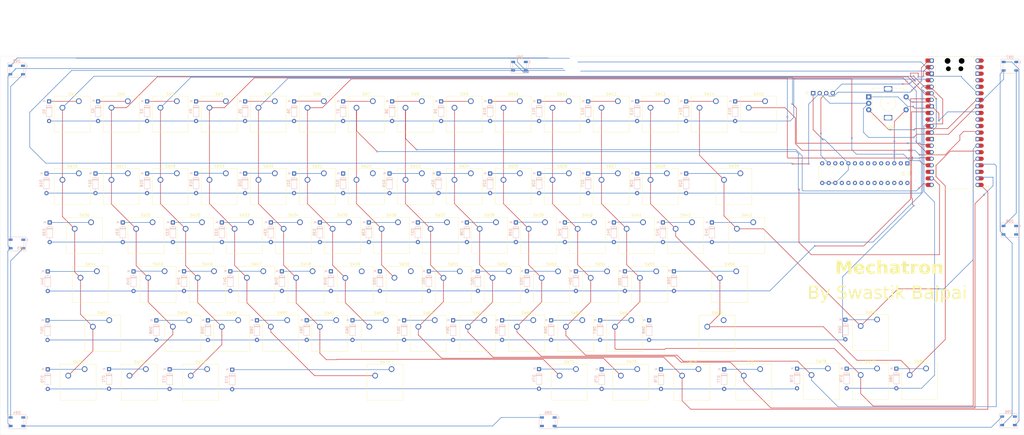
<source format=kicad_pcb>
(kicad_pcb (version 20241229) (generator "pcbnew") (generator_version "9.0")
  (layers (0 "F.Cu" signal) (2 "B.Cu" signal) (13 "F.Paste" user) (15 "B.Paste" user) (5 "F.SilkS" user "F.Silkscreen") (7 "B.SilkS" user "B.Silkscreen") (1 "F.Mask" user) (3 "B.Mask" user) (25 "Edge.Cuts" user))
  (net 0 "")
  (net 1 "/GND")
  (net 2 "ROW4")
  (net 3 "Net-(A1-AGND)")
  (net 5 "COL8")
  (net 6 "COL0")
  (net 7 "Net-(A1-GPIO0)")
  (net 8 "ENC_A")
  (net 9 "COL13")
  (net 10 "COL3")
  (net 12 "COL2")
  (net 13 "COL14")
  (net 14 "COL4")
  (net 15 "ROW2")
  (net 16 "COL10")
  (net 17 "ROW5")
  (net 18 "Net-(A1-GPIO1)")
  (net 19 "ENC_B")
  (net 20 "COL1")
  (net 21 "COL9")
  (net 22 "ROW1")
  (net 23 "COL11")
  (net 24 "COL12")
  (net 25 "ROW3")
  (net 26 "COL7")
  (net 27 "COL5")
  (net 28 "ROW0")
  (net 29 "COL6")
  (net 30 "Net-(D1-K)")
  (net 31 "Net-(D2-K)")
  (net 32 "Net-(D3-K)")
  (net 33 "Net-(D4-K)")
  (net 34 "Net-(D5-K)")
  (net 35 "Net-(D6-K)")
  (net 36 "Net-(D7-K)")
  (net 37 "Net-(D8-K)")
  (net 38 "Net-(D9-K)")
  (net 39 "Net-(D10-K)")
  (net 40 "Net-(D11-K)")
  (net 41 "Net-(D12-K)")
  (net 42 "Net-(D13-K)")
  (net 43 "Net-(D14-K)")
  (net 44 "Net-(D15-K)")
  (net 45 "Net-(D16-K)")
  (net 46 "Net-(D17-K)")
  (net 47 "Net-(D18-K)")
  (net 48 "Net-(D19-K)")
  (net 49 "Net-(D20-K)")
  (net 50 "Net-(D21-K)")
  (net 51 "Net-(D22-K)")
  (net 52 "Net-(D23-K)")
  (net 53 "Net-(D24-K)")
  (net 54 "Net-(D25-K)")
  (net 55 "Net-(D26-K)")
  (net 56 "Net-(D27-K)")
  (net 57 "Net-(D28-K)")
  (net 58 "Net-(D29-K)")
  (net 59 "Net-(D31-K)")
  (net 60 "Net-(D32-K)")
  (net 61 "Net-(D33-K)")
  (net 62 "Net-(D34-K)")
  (net 63 "Net-(D35-K)")
  (net 64 "Net-(D36-K)")
  (net 65 "Net-(D37-K)")
  (net 66 "Net-(D38-K)")
  (net 67 "Net-(D39-K)")
  (net 68 "Net-(D40-K)")
  (net 69 "Net-(D41-K)")
  (net 70 "Net-(D42-K)")
  (net 71 "Net-(D43-K)")
  (net 72 "Net-(D44-K)")
  (net 73 "Net-(D46-K)")
  (net 74 "Net-(D47-K)")
  (net 75 "Net-(D48-K)")
  (net 76 "Net-(D49-K)")
  (net 77 "Net-(D50-K)")
  (net 78 "Net-(D51-K)")
  (net 79 "Net-(D52-K)")
  (net 80 "Net-(D53-K)")
  (net 81 "Net-(D54-K)")
  (net 82 "Net-(D55-K)")
  (net 83 "Net-(D56-K)")
  (net 84 "Net-(D57-K)")
  (net 85 "Net-(D58-K)")
  (net 86 "Net-(D61-K)")
  (net 87 "Net-(D62-K)")
  (net 88 "Net-(D63-K)")
  (net 89 "Net-(D64-K)")
  (net 90 "Net-(D65-K)")
  (net 91 "Net-(D66-K)")
  (net 92 "Net-(D67-K)")
  (net 93 "Net-(D68-K)")
  (net 94 "Net-(D69-K)")
  (net 95 "Net-(D70-K)")
  (net 96 "Net-(D71-K)")
  (net 97 "Net-(D72-K)")
  (net 98 "Net-(D74-K)")
  (net 99 "Net-(D76-K)")
  (net 100 "Net-(D77-K)")
  (net 101 "Net-(D78-K)")
  (net 102 "Net-(D79-K)")
  (net 103 "Net-(D30-K)")
  (net 104 "Net-(D45-K)")
  (net 105 "Net-(D59-K)")
  (net 106 "Net-(D60-K)")
  (net 107 "Net-(D73-K)")
  (net 108 "Net-(D75-K)")
  (net 109 "Net-(D91-DOUT)")
  (net 111 "Net-(D92-DOUT)")
  (net 112 "Net-(D93-DOUT)")
  (net 115 "Net-(D94-DOUT)")
  (net 117 "Net-(D95-DOUT)")
  (net 119 "Net-(D96-DOUT)")
  (net 121 "Net-(D97-DOUT)")
  (net 134 "ENC_SW")
  (net 145 "Net-(D80-K)")
  (net 147 "Net-(A1-ADC_VREF)")
  (footprint "Button_Switch_Keyboard:SW_Cherry_MX_1.00u_PCB" (layer "F.Cu") (at 208.29 211.92)
    (property "Reference" "SW34")
    (property "Value" "SW_Push")
  )
  (footprint "Button_Switch_Keyboard:SW_Cherry_MX_1.00u_PCB" (layer "F.Cu") (at 194.06 230.92)
    (property "Reference" "SW47")
    (property "Value" "SW_Push")
  )
  (footprint "Button_Switch_Keyboard:SW_Cherry_MX_1.00u_PCB" (layer "F.Cu") (at 217.54 164.92)
    (property "Reference" "SW6")
    (property "Value" "SW_Push")
  )
  (footprint "Button_Switch_Keyboard:SW_Cherry_MX_2.25u_PCB" (layer "F.Cu") (at 134.34 249.92)
    (property "Reference" "SW57")
    (property "Value" "SW_Push")
  )
  (footprint "Button_Switch_Keyboard:SW_Cherry_MX_1.00u_PCB" (layer "F.Cu") (at 451.04 268.67)
    (property "Reference" "SW80")
    (property "Value" "SW_Push")
  )
  (footprint "Button_Switch_Keyboard:SW_Cherry_MX_1.00u_PCB" (layer "F.Cu") (at 217.54 192.92)
    (property "Reference" "SW21")
    (property "Value" "SW_Push")
  )
  (footprint "Button_Switch_Keyboard:SW_Cherry_MX_2.25u_PCB" (layer "F.Cu") (at 377.44 230.9625)
    (property "Reference" "SW56")
    (property "Value" "SW_Push")
  )
  (footprint "Button_Switch_Keyboard:SW_Cherry_MX_1.00u_PCB" (layer "F.Cu") (at 293.54 164.92)
    (property "Reference" "SW10")
    (property "Value" "SW_Push")
  )
  (footprint "Button_Switch_Keyboard:SW_Cherry_MX_1.00u_PCB" (layer "F.Cu") (at 160.54 192.92)
    (property "Reference" "SW18")
    (property "Value" "SW_Push")
  )
  (footprint "Button_Switch_Keyboard:SW_Cherry_MX_1.00u_PCB" (layer "F.Cu") (at 260.54 249.9275)
    (property "Reference" "SW63")
    (property "Value" "SW_Push")
  )
  (footprint "Button_Switch_Keyboard:SW_Cherry_MX_1.00u_PCB" (layer "F.Cu") (at 165.34 249.92)
    (property "Reference" "SW58")
    (property "Value" "SW_Push")
  )
  (footprint "Button_Switch_Keyboard:SW_Cherry_MX_1.75u_PCB" (layer "F.Cu") (at 129.54 230.92)
    (property "Reference" "SW44")
    (property "Value" "SW_Push")
  )
  (footprint "Button_Switch_Keyboard:SW_Cherry_MX_1.00u_PCB" (layer "F.Cu") (at 179.54 164.92)
    (property "Reference" "SW4")
    (property "Value" "SW_Push")
  )
  (footprint "Button_Switch_Keyboard:SW_Cherry_MX_1.00u_PCB" (layer "F.Cu") (at 412.96 268.67)
    (property "Reference" "SW78")
    (property "Value" "SW_Push")
  )
  (footprint "Button_Switch_Keyboard:SW_Cherry_MX_1.00u_PCB" (layer "F.Cu") (at 289.3 230.92)
    (property "Reference" "SW52")
    (property "Value" "SW_Push")
  )
  (footprint "Button_Switch_Keyboard:SW_Cherry_MX_1.00u_PCB" (layer "F.Cu") (at 360.29 211.92)
    (property "Reference" "SW42")
    (property "Value" "SW_Push")
  )
  (footprint "Button_Switch_Keyboard:SW_Cherry_MX_1.00u_PCB" (layer "F.Cu") (at 198.54 164.92)
    (property "Reference" "SW5")
    (property "Value" "SW_Push")
  )
  (footprint "Button_Switch_Keyboard:SW_Cherry_MX_1.00u_PCB" (layer "F.Cu") (at 284.29 211.92)
    (property "Reference" "SW38")
    (property "Value" "SW_Push")
  )
  (footprint "Button_Switch_Keyboard:SW_Cherry_MX_6.25u_PCB" (layer "F.Cu") (at 243.79 268.92)
    (property "Reference" "SW73")
    (property "Value" "SW_Push")
  )
  (footprint "Button_Switch_Keyboard:SW_Cherry_MX_1.00u_PCB" (layer "F.Cu") (at 317.74 249.9275)
    (property "Reference" "SW66")
    (property "Value" "SW_Push")
  )
  (footprint "Button_Switch_Keyboard:SW_Cherry_MX_1.00u_PCB" (layer "F.Cu") (at 293.54 192.92)
    (property "Reference" "SW25")
    (property "Value" "SW_Push")
  )
  (footprint "Button_Switch_Keyboard:SW_Cherry_MX_1.00u_PCB" (layer "F.Cu") (at 255.54 164.92)
    (property "Reference" "SW8")
    (property "Value" "SW_Push")
  )
  (footprint "Button_Switch_Keyboard:SW_Cherry_MX_1.00u_PCB" (layer "F.Cu") (at 312.54 192.92)
    (property "Reference" "SW26")
    (property "Value" "SW_Push")
  )
  (footprint "Button_Switch_Keyboard:SW_Cherry_MX_1.00u_PCB" (layer "F.Cu") (at 174.96 230.92)
    (property "Reference" "SW46")
    (property "Value" "SW_Push")
  )
  (footprint "Button_Switch_Keyboard:SW_Cherry_MX_1.00u_PCB" (layer "F.Cu") (at 308.35 230.97)
    (property "Reference" "SW53")
    (property "Value" "SW_Push")
  )
  (footprint "Button_Switch_Keyboard:SW_Cherry_MX_1.00u_PCB" (layer "F.Cu") (at 122.54 192.92)
    (property "Reference" "SW16")
    (property "Value" "SW_Push")
  )
  (footprint "Module:RaspberryPi_Pico_Common_Unspecified" (layer "F.Cu") (at 462.1 173.3)
    (property "Reference" "A1")
    (property "Value" "RaspberryPi_Pico")
  )
  (footprint "Button_Switch_Keyboard:SW_Cherry_MX_1.00u_PCB" (layer "F.Cu") (at 270.26 230.97)
    (property "Reference" "SW51")
    (property "Value" "SW_Push")
  )
  (footprint "Button_Switch_Keyboard:SW_Cherry_MX_1.00u_PCB" (layer "F.Cu") (at 151.12 211.92)
    (property "Reference" "SW31")
    (property "Value" "SW_Push")
  )
  (footprint "Button_Switch_Keyboard:SW_Cherry_MX_1.00u_PCB" (layer "F.Cu") (at 189.29 211.92)
    (property "Reference" "SW33")
    (property "Value" "SW_Push")
  )
  (footprint "Button_Switch_Keyboard:SW_Cherry_MX_1.00u_PCB" (layer "F.Cu") (at 141.54 164.92)
    (property "Reference" "SW2")
    (property "Value" "SW_Push")
  )
  (footprint "Button_Switch_Keyboard:SW_Cherry_MX_1.00u_PCB" (layer "F.Cu") (at 274.54 164.92)
    (property "Reference" "SW9")
    (property "Value" "SW_Push")
  )
  (footprint "Button_Switch_Keyboard:SW_Cherry_MX_1.00u_PCB" (layer "F.Cu") (at 432.04 268.67)
    (property "Reference" "SW79")
    (property "Value" "SW_Push")
  )
  (footprint "Button_Switch_Keyboard:SW_Cherry_MX_1.00u_PCB" (layer "F.Cu") (at 155.79 230.92)
    (property "Reference" "SW45")
    (property "Value" "SW_Push")
  )
  (footprint "Button_Switch_Keyboard:SW_Cherry_MX_1.00u_PCB" (layer "F.Cu") (at 213.16 230.92)
    (property "Reference" "SW48")
    (property "Value" "SW_Push")
  )
  (footprint "Button_Switch_Keyboard:SW_Cherry_MX_1.00u_PCB" (layer "F.Cu") (at 327.36 230.97)
    (property "Reference" "SW54")
    (property "Value" "SW_Push")
  )
  (footprint "Button_Switch_Keyboard:SW_Cherry_MX_1.00u_PCB" (layer "F.Cu") (at 341.29 211.92)
    (property "Reference" "SW41")
    (property "Value" "SW_Push")
  )
  (footprint "Button_Switch_Keyboard:SW_Cherry_MX_1.25u_PCB" (layer "F.Cu") (at 362.79 268.92)
    (property "Reference" "SW76")
    (property "Value" "SW_Push")
  )
  (footprint "Button_Switch_Keyboard:SW_Cherry_MX_1.00u_PCB" (layer "F.Cu") (at 232.21 230.97)
    (property "Reference" "SW49")
    (property "Value" "SW_Push")
  )
  (footprint "Button_Switch_Keyboard:SW_Cherry_MX_1.00u_PCB" (layer "F.Cu") (at 336.74 249.9275)
    (property "Reference" "SW67")
    (property "Value" "SW_Push")
  )
  (footprint "Button_Switch_Keyboard:SW_Cherry_MX_1.00u_PCB" (layer "F.Cu") (at 346.43 230.97)
    (property "Reference" "SW55")
    (property "Value" "SW_Push")
  )
  (footprint "Button_Switch_Keyboard:SW_Cherry_MX_1.25u_PCB" (layer "F.Cu") (at 315.29 268.92)
    (property "Reference" "SW74")
    (property "Value" "SW_Push")
  )
  (footprint "Button_Switch_Keyboard:SW_Cherry_MX_1.25u_PCB" (layer "F.Cu") (at 124.79 268.92)
    (property "Reference" "SW70")
    (property "Value" "SW_Push")
  )
  (footprint "Button_Switch_Keyboard:SW_Cherry_MX_1.00u_PCB" (layer "F.Cu") (at 203.34 249.92)
    (property "Reference" "SW60")
    (property "Value" "SW_Push")
  )
  (footprint "Button_Switch_Keyboard:SW_Cherry_MX_1.25u_PCB" (layer "F.Cu") (at 339.04 268.92)
    (property "Reference" "SW75")
    (property "Value" "SW_Push")
  )
  (footprint "Button_Switch_Keyboard:SW_Cherry_MX_1.00u_PCB" (layer "F.Cu") (at 255.54 192.92)
    (property "Reference" "SW23")
    (property "Value" "SW_Push")
  )
  (footprint "Package_DIP:DIP-28_W7.62mm" (layer "F.Cu") (at 443.78 189.05 -90)
    (property "Reference" "U1")
    (property "Value" "MCP23017_SP")
  )
  (footprint "Button_Switch_Keyboard:SW_Cherry_MX_2.75u_PCB" (layer "F.Cu") (at 372.54 249.92)
    (property "Reference" "SW68")
    (property "Value" "SW_Push")
  )
  (footprint "Button_Switch_Keyboard:SW_Cherry_MX_1.00u_PCB" (layer "F.Cu") (at 251.26 230.92)
    (property "Reference" "SW50")
    (property "Value" "SW_Push")
  )
  (footprint "Button_Switch_Keyboard:SW_Cherry_MX_1.25u_PCB" (layer "F.Cu") (at 172.29 268.92)
    (property "Reference" "SW72")
    (property "Value" "SW_Push")
  )
  (footprint "Button_Switch_Keyboard:SW_Cherry_MX_1.00u_PCB" (layer "F.Cu") (at 298.74 249.92)
    (property "Reference" "SW65")
    (property "Value" "SW_Push")
  )
  (footprint "Button_Switch_Keyboard:SW_Cherry_MX_1.00u_PCB" (layer "F.Cu") (at 265.29 211.92)
    (property "Reference" "SW37")
    (property "Value" "SW_Push")
  )
  (footprint "Button_Switch_Keyboard:SW_Cherry_MX_1.50u_PCB" (layer "F.Cu") (at 127.29 211.92)
    (property "Reference" "SW30")
    (property "Value" "SW_Push")
  )
  (footprint "Button_Switch_Keyboard:SW_Cherry_MX_1.00u_PCB" (layer "F.Cu") (at 331.54 192.92)
    (property "Reference" "SW27")
    (property "Value" "SW_Push")
  )
  (footprint "Button_Switch_Keyboard:SW_Cherry_MX_1.00u_PCB" (layer "F.Cu") (at 241.54 249.92)
    (property "Reference" "SW62")
    (property "Value" "SW_Push")
  )
  (footprint "Button_Switch_Keyboard:SW_Cherry_MX_1.00u_PCB" (layer "F.Cu") (at 170.29 211.92)
    (property "Reference" "SW32")
    (property "Value" "SW_Push")
  )
  (footprint "Button_Switch_Keyboard:SW_Cherry_MX_1.00u_PCB" (layer "F.Cu") (at 222.34 249.92)
    (property "Reference" "SW61")
    (property "Value" "SW_Push")
  )
  (footprint "Button_Switch_Keyboard:SW_Cherry_MX_1.50u_PCB" (layer "F.Cu") (at 384.04 211.92)
    (property "Reference" "SW43")
    (property "Value" "SW_Push")
  )
  (footprint "Button_Switch_Keyboard:SW_Cherry_MX_1.00u_PCB" (layer "F.Cu") (at 141.54 192.92)
    (property "Reference" "SW17")
    (property "Value" "SW_Push")
  )
  (footprint "Rotary_Encoder:RotaryEncoder_Alps_EC11E-Switch_Vertical_H20mm" (layer "F.Cu") (at 428.8 163.25)
    (property "Reference" "SW91")
    (property "Value" "RotaryEncoder_Switch")
  )
  (footprint "Button_Switch_Keyboard:SW_Cherry_MX_1.00u_PCB" (layer "F.Cu") (at 279.74 249.9275)
    (property "Reference" "SW64")
    (property "Value" "SW_Push")
  )
  (footprint "Button_Switch_Keyboard:SW_Cherry_MX_1.00u_PCB" (layer "F.Cu") (at 350.54 192.92)
    (property "Reference" "SW28")
    (property "Value" "SW_Push")
  )
  (footprint "Button_Switch_Keyboard:SW_Cherry_MX_1.00u_PCB" (layer "F.Cu") (at 322.29 211.92)
    (property "Reference" "SW40")
    (property "Value" "SW_Push")
  )
  (footprint "Button_Switch_Keyboard:SW_Cherry_MX_1.00u_PCB" (layer "F.Cu") (at 236.54 192.92)
    (property "Reference" "SW22")
    (property "Value" "SW_Push")
  )
  (footprint "Button_Switch_Keyboard:SW_Cherry_MX_1.00u_PCB" (layer "F.Cu") (at 303.29 211.92)
    (property "Reference" "SW39")
    (property "Value" "SW_Push")
  )
  (footprint "Button_Switch_Keyboard:SW_Cherry_MX_1.00u_PCB" (layer "F.Cu") (at 388.62 164.92)
    (property "Reference" "SW15")
    (property "Value" "SW_Push")
  )
  (footprint "Button_Switch_Keyboard:SW_Cherry_MX_1.00u_PCB" (layer "F.Cu") (at 331.54 164.92)
    (property "Reference" "SW12")
    (property "Value" "SW_Push")
  )
  (footprint "Button_Switch_Keyboard:SW_Cherry_MX_1.00u_PCB" (layer "F.Cu") (at 160.54 164.92)
    (property "Reference" "SW3")
    (property "Value" "SW_Push")
  )
  (footprint "Button_Switch_Keyboard:SW_Cherry_MX_1.00u_PCB" (layer "F.Cu") (at 122.54 164.92)
    (property "Reference" "SW1")
    (property "Value" "SW_Push")
  )
  (footprint "Connector_PinHeader_2.54mm:PinHeader_1x04_P2.54mm_Vertical" (layer "F.Cu") (at 407.24 161.8 90)
    (property "Reference" "J1")
    (property "Value" "Conn_01x04")
  )
  (footprint "Button_Switch_Keyboard:SW_Cherry_MX_1.00u_PCB" (layer "F.Cu") (at 274.54 192.92)
    (property "Reference" "SW24")
    (property "Value" "SW_Push")
  )
  (footprint "Button_Switch_Keyboard:SW_Cherry_MX_1.00u_PCB" (layer "F.Cu") (at 198.54 192.92)
    (property "Reference" "SW20")
    (property "Value" "SW_Push")
  )
  (footprint "Button_Switch_Keyboard:SW_Cherry_MX_1.00u_PCB" (layer "F.Cu") (at 432.04 249.67)
    (property "Reference" "SW69")
    (property "Value" "SW_Push")
  )
  (footprint "Button_Switch_Keyboard:SW_Cherry_MX_1.25u_PCB" (layer "F.Cu") (at 148.54 268.92)
    (property "Reference" "SW71")
    (property "Value" "SW_Push")
  )
  (footprint "Button_Switch_Keyboard:SW_Cherry_MX_1.00u_PCB" (layer "F.Cu") (at 179.54 192.92)
    (property "Reference" "SW19")
    (property "Value" "SW_Push")
  )
  (footprint "Button_Switch_Keyboard:SW_Cherry_MX_1.00u_PCB" (layer "F.Cu") (at 350.54 164.92)
    (property "Reference" "SW13")
    (property "Value" "SW_Push")
  )
  (footprint "Button_Switch_Keyboard:SW_Cherry_MX_1.00u_PCB" (layer "F.Cu") (at 227.29 211.92)
    (property "Reference" "SW35")
    (property "Value" "SW_Push")
  )
  (footprint "Button_Switch_Keyboard:SW_Cherry_MX_1.25u_PCB" (layer "F.Cu") (at 386.71 268.92)
    (property "Reference" "SW77")
    (property "Value" "SW_Push")
  )
  (footprint "Button_Switch_Keyboard:SW_Cherry_MX_2.00u_PCB" (layer "F.Cu") (at 379.04 192.92)
    (property "Reference" "SW29")
    (property "Value" "SW_Push")
  )
  (footprint "Button_Switch_Keyboard:SW_Cherry_MX_1.00u_PCB" (layer "F.Cu") (at 184.34 249.92)
    (property "Reference" "SW59")
    (property "Value" "SW_Push")
  )
  (footprint "Button_Switch_Keyboard:SW_Cherry_MX_1.00u_PCB" (layer "F.Cu") (at 236.54 164.92)
    (property "Reference" "SW7")
    (property "Value" "SW_Push")
  )
  (footprint "Button_Switch_Keyboard:SW_Cherry_MX_1.00u_PCB" (layer "F.Cu") (at 312.54 164.92)
    (property "Reference" "SW11")
    (property "Value" "SW_Push")
  )
  (footprint "Button_Switch_Keyboard:SW_Cherry_MX_1.00u_PCB" (layer "F.Cu") (at 246.29 211.92)
    (property "Reference" "SW36")
    (property "Value" "SW_Push")
  )
  (footprint "Button_Switch_Keyboard:SW_Cherry_MX_1.00u_PCB" (layer "F.Cu") (at 369.54 164.92)
    (property "Reference" "SW14")
    (property "Value" "SW_Push")
  )
  (footprint "Diode_THT:D_DO-35_SOD27_P7.62mm_Horizontal" (layer "B.Cu") (at 163.32 230.95 -90)
    (property "Reference" "D46")
    (property "Value" "1N4148")
  )
  (footprint "Diode_THT:D_DO-35_SOD27_P7.62mm_Horizontal" (layer "B.Cu") (at 143.75 231 -90)
    (property "Reference" "D45")
    (property "Value" "1N4148")
  )
  (footprint "Diode_THT:D_DO-35_SOD27_P7.62mm_Horizontal" (layer "B.Cu") (at 358 193 -90)
    (property "Reference" "D29")
    (property "Value" "1N4148")
  )
  (footprint "Diode_THT:D_DO-35_SOD27_P7.62mm_Horizontal" (layer "B.Cu") (at 330 212 -90)
    (property "Reference" "D41")
    (property "Value" "1N4148")
  )
  (footprint "Diode_THT:D_DO-35_SOD27_P7.62mm_Horizontal" (layer "B.Cu") (at 206 165 -90)
    (property "Reference" "D6")
    (property "Value" "1N4148")
  )
  (footprint "Diode_THT:D_DO-35_SOD27_P7.62mm_Horizontal" (layer "B.Cu") (at 216 212 -90)
    (property "Reference" "D35")
    (property "Value" "1N4148")
  )
  (footprint "Diode_THT:D_DO-35_SOD27_P7.62mm_Horizontal" (layer "B.Cu") (at 111.25 212 -90)
    (property "Reference" "D30")
    (property "Value" "1N4148")
  )
  (footprint "Diode_THT:D_DO-35_SOD27_P7.62mm_Horizontal" (layer "B.Cu") (at 130 165 -90)
    (property "Reference" "D2")
    (property "Value" "1N4148")
  )
  (footprint "Diode_THT:D_DO-35_SOD27_P7.62mm_Horizontal" (layer "B.Cu") (at 149 165 -90)
    (property "Reference" "D3")
    (property "Value" "1N4148")
  )
  (footprint "Diode_THT:D_DO-35_SOD27_P7.62mm_Horizontal" (layer "B.Cu") (at 419.75 249.75 -90)
    (property "Reference" "D69")
    (property "Value" "1N4148")
  )
  (footprint "Diode_THT:D_DO-35_SOD27_P7.62mm_Horizontal" (layer "B.Cu") (at 159 212 -90)
    (property "Reference" "D32")
    (property "Value" "1N4148")
  )
  (footprint "Diode_THT:D_DO-35_SOD27_P7.62mm_Horizontal" (layer "B.Cu") (at 273 212 -90)
    (property "Reference" "D38")
    (property "Value" "1N4148")
  )
  (footprint "Diode_THT:D_DO-35_SOD27_P7.62mm_Horizontal" (layer "B.Cu") (at 301 193 -90)
    (property "Reference" "D26")
    (property "Value" "1N4148")
  )
  (footprint "Diode_THT:D_DO-35_SOD27_P7.62mm_Horizontal" (layer "B.Cu") (at 254 212 -90)
    (property "Reference" "D37")
    (property "Value" "1N4148")
  )
  (footprint "Diode_THT:D_DO-35_SOD27_P7.62mm_Horizontal" (layer "B.Cu") (at 206 193 -90)
    (property "Reference" "D21")
    (property "Value" "1N4148")
  )
  (footprint "Diode_THT:D_DO-35_SOD27_P7.62mm_Horizontal" (layer "B.Cu") (at 210.9 249.965 -90)
    (property "Reference" "D61")
    (property "Value" "1N4148")
  )
  (footprint "Diode_THT:D_DO-35_SOD27_P7.62mm_Horizontal" (layer "B.Cu") (at 168 165 -90)
    (property "Reference" "D4")
    (property "Value" "1N4148")
  )
  (footprint "Diode_THT:D_DO-35_SOD27_P7.62mm_Horizontal" (layer "B.Cu") (at 225 193 -90)
    (property "Reference" "D22")
    (property "Value" "1N4148")
  )
  (footprint "Diode_THT:D_DO-35_SOD27_P7.62mm_Horizontal" (layer "B.Cu") (at 129 193 -90)
    (property "Reference" "D17")
    (property "Value" "1N4148")
  )
  (footprint "LED_SMD:LED_WS2812B_PLCC4_5.0x5.0mm_P3.2mm" (layer "B.Cu") (at 304.55 289.35 180)
    (property "Reference" "D95")
    (property "Value" "WS2812B")
  )
  (footprint "Diode_THT:D_DO-35_SOD27_P7.62mm_Horizontal" (layer "B.Cu") (at 235 212 -90)
    (property "Reference" "D36")
    (property "Value" "1N4148")
  )
  (footprint "Diode_THT:D_DO-35_SOD27_P7.62mm_Horizontal" (layer "B.Cu") (at 300.96 268.92 -90)
    (property "Reference" "D74")
    (property "Value" "1N4148")
  )
  (footprint "Diode_THT:D_DO-35_SOD27_P7.62mm_Horizontal" (layer "B.Cu") (at 377 165 -90)
    (property "Reference" "D15")
    (property "Value" "1N4148")
  )
  (footprint "Diode_THT:D_DO-35_SOD27_P7.62mm_Horizontal" (layer "B.Cu") (at 244 165 -90)
    (property "Reference" "D8")
    (property "Value" "1N4148")
  )
  (footprint "Diode_THT:D_DO-35_SOD27_P7.62mm_Horizontal" (layer "B.Cu") (at 320 165 -90)
    (property "Reference" "D12")
    (property "Value" "1N4148")
  )
  (footprint "Diode_THT:D_DO-35_SOD27_P7.62mm_Horizontal" (layer "B.Cu") (at 401 268.75 -90)
    (property "Reference" "D78")
    (property "Value" "1N4148")
  )
  (footprint "Diode_THT:D_DO-35_SOD27_P7.62mm_Horizontal" (layer "B.Cu") (at 181.27 230.95 -90)
    (property "Reference" "D47")
    (property "Value" "1N4148")
  )
  (footprint "Diode_THT:D_DO-35_SOD27_P7.62mm_Horizontal" (layer "B.Cu") (at 320 193 -90)
    (property "Reference" "D27")
    (property "Value" "1N4148")
  )
  (footprint "Diode_THT:D_DO-35_SOD27_P7.62mm_Horizontal" (layer "B.Cu") (at 191.6 249.98 -90)
    (property "Reference" "D60")
    (property "Value" "1N4148")
  )
  (footprint "Diode_THT:D_DO-35_SOD27_P7.62mm_Horizontal" (layer "B.Cu") (at 228.65 249.965 -90)
    (property "Reference" "D62")
    (property "Value" "1N4148")
  )
  (footprint "Diode_THT:D_DO-35_SOD27_P7.62mm_Horizontal" (layer "B.Cu") (at 239.27 230.95 -90)
    (property "Reference" "D50")
    (property "Value" "1N4148")
  )
  (footprint "Diode_THT:D_DO-35_SOD27_P7.62mm_Horizontal" (layer "B.Cu") (at 248.65 249.965 -90)
    (property "Reference" "D63")
    (property "Value" "1N4148")
  )
  (footprint "Diode_THT:D_DO-35_SOD27_P7.62mm_Horizontal" (layer "B.Cu") (at 152.6 250 -90)
    (property "Reference" "D58")
    (property "Value" "1N4148")
  )
  (footprint "Diode_THT:D_DO-35_SOD27_P7.62mm_Horizontal" (layer "B.Cu") (at 325.25 269 -90)
    (property "Reference" "D75")
    (property "Value" "1N4148")
  )
  (footprint "Diode_THT:D_DO-35_SOD27_P7.62mm_Horizontal" (layer "B.Cu") (at 339 193 -90)
    (property "Reference" "D28")
    (property "Value" "1N4148")
  )
  (footprint "Diode_THT:D_DO-35_SOD27_P7.62mm_Horizontal" (layer "B.Cu") (at 349 212 -90)
    (property "Reference" "D42")
    (property "Value" "1N4148")
  )
  (footprint "LED_SMD:LED_WS2812B_PLCC4_5.0x5.0mm_P3.2mm" (layer "B.Cu") (at 98.55 220.35 180)
    (property "Reference" "D93")
    (property "Value" "WS2812B")
  )
  (footprint "LED_SMD:LED_WS2812B_PLCC4_5.0x5.0mm_P3.2mm" (layer "B.Cu") (at 483.5 215 180)
    (property "Reference" "D98")
    (property "Value" "WS2812B")
  )
  (footprint "LED_SMD:LED_WS2812B_PLCC4_5.0x5.0mm_P3.2mm" (layer "B.Cu") (at 293.395 151.335 180)
    (property "Reference" "D91")
    (property "Value" "WS2812B")
  )
  (footprint "Diode_THT:D_DO-35_SOD27_P7.62mm_Horizontal" (layer "B.Cu") (at 225 165 -90)
    (property "Reference" "D7")
    (property "Value" "1N4148")
  )
  (footprint "LED_SMD:LED_WS2812B_PLCC4_5.0x5.0mm_P3.2mm" (layer "B.Cu") (at 483.55 151.35 180)
    (property "Reference" "D97")
    (property "Value" "WS2812B")
  )
  (footprint "Diode_THT:D_DO-35_SOD27_P7.62mm_Horizontal" (layer "B.Cu") (at 110.4 250 -90)
    (property "Reference" "D57")
    (property "Value" "1N4148")
  )
  (footprint "Diode_THT:D_DO-35_SOD27_P7.62mm_Horizontal" (layer "B.Cu") (at 134.25 268.92 -90)
    (property "Reference" "D71")
    (property "Value" "1N4148")
  )
  (footprint "Diode_THT:D_DO-35_SOD27_P7.62mm_Horizontal" (layer "B.Cu") (at 358 165 -90)
    (property "Reference" "D14")
    (property "Value" "1N4148")
  )
  (footprint "Diode_THT:D_DO-35_SOD27_P7.62mm_Horizontal" (layer "B.Cu") (at 368 212 -90)
    (property "Reference" "D43")
    (property "Value" "1N4148")
  )
  (footprint "Diode_THT:D_DO-35_SOD27_P7.62mm_Horizontal" (layer "B.Cu") (at 282 193 -90)
    (property "Reference" "D25")
    (property "Value" "1N4148")
  )
  (footprint "Diode_THT:D_DO-35_SOD27_P7.62mm_Horizontal" (layer "B.Cu") (at 324.65 249.965 -90)
    (property "Reference" "D67")
    (property "Value" "1N4148")
  )
  (footprint "Diode_THT:D_DO-35_SOD27_P7.62mm_Horizontal" (layer "B.Cu") (at 258.27 230.95 -90)
    (property "Reference" "D51")
    (property "Value" "1N4148")
  )
  (footprint "Diode_THT:D_DO-35_SOD27_P7.62mm_Horizontal" (layer "B.Cu") (at 277.27 230.95 -90)
    (property "Reference" "D52")
    (property "Value" "1N4148")
  )
  (footprint "Diode_THT:D_DO-35_SOD27_P7.62mm_Horizontal" (layer "B.Cu") (at 262 193 -90)
    (property "Reference" "D24")
    (property "Value" "1N4148")
  )
  (footprint "Diode_THT:D_DO-35_SOD27_P7.62mm_Horizontal" (layer "B.Cu") (at 439.5 268.75 -90)
    (property "Reference" "D80")
    (property "Value" "1N4148")
  )
  (footprint "LED_SMD:LED_WS2812B_PLCC4_5.0x5.0mm_P3.2mm" (layer "B.Cu") (at 483 289 180)
    (property "Reference" "D96")
    (property "Value" "WS2812B")
  )
  (footprint "Diode_THT:D_DO-35_SOD27_P7.62mm_Horizontal" (layer "B.Cu") (at 353.27 230.95 -90)
    (property "Reference" "D56")
    (property "Value" "1N4148")
  )
  (footprint "Diode_THT:D_DO-35_SOD27_P7.62mm_Horizontal" (layer "B.Cu") (at 343.65 249.965 -90)
    (property "Reference" "D68")
    (property "Value" "1N4148")
  )
  (footprint "Diode_THT:D_DO-35_SOD27_P7.62mm_Horizontal" (layer "B.Cu") (at 149 193 -90)
    (property "Reference" "D18")
    (property "Value" "1N4148")
  )
  (footprint "Diode_THT:D_DO-35_SOD27_P7.62mm_Horizontal" (layer "B.Cu") (at 201.27 230.95 -90)
    (property "Reference" "D48")
    (property "Value" "1N4148")
  )
  (footprint "Diode_THT:D_DO-35_SOD27_P7.62mm_Horizontal" (layer "B.Cu") (at 339 165 -90)
    (property "Reference" "D13")
    (property "Value" "1N4148")
  )
  (footprint "Diode_THT:D_DO-35_SOD27_P7.62mm_Horizontal" (layer "B.Cu") (at 182 269.13 -90)
    (property "Reference" "D73")
    (property "Value" "1N4148")
  )
  (footprint "Diode_THT:D_DO-35_SOD27_P7.62mm_Horizontal" (layer "B.Cu") (at 157.75 269 -90)
    (property "Reference" "D72")
    (property "Value" "1N4148")
  )
  (footprint "LED_SMD:LED_WS2812B_PLCC4_5.0x5.0mm_P3.2mm" (layer "B.Cu") (at 98.55 289.35 180)
    (property "Reference" "D94")
    (property "Value" "WS2812B")
  )
  (footprint "Diode_THT:D_DO-35_SOD27_P7.62mm_Horizontal" (layer "B.Cu") (at 172.6 250 -90)
    (property "Reference" "D59")
    (property "Value" "1N4148")
  )
  (footprint "Diode_THT:D_DO-35_SOD27_P7.62mm_Horizontal" (layer "B.Cu") (at 301 165 -90)
    (property "Reference" "D11")
    (property "Value" "1N4148")
  )
  (footprint "Diode_THT:D_DO-35_SOD27_P7.62mm_Horizontal" (layer "B.Cu") (at 168 193 -90)
    (property "Reference" "D19")
    (property "Value" "1N4148")
  )
  (footprint "Diode_THT:D_DO-35_SOD27_P7.62mm_Horizontal" (layer "B.Cu") (at 420.25 268.75 -90)
    (property "Reference" "D79")
    (property "Value" "1N4148")
  )
  (footprint "Diode_THT:D_DO-35_SOD27_P7.62mm_Horizontal" (layer "B.Cu") (at 220.27 230.95 -90)
    (property "Reference" "D49")
    (property "Value" "1N4148")
  )
  (footprint "Diode_THT:D_DO-35_SOD27_P7.62mm_Horizontal" (layer "B.Cu") (at 263 165 -90)
    (property "Reference" "D9")
    (property "Value" "1N4148")
  )
  (footprint "Diode_THT:D_DO-35_SOD27_P7.62mm_Horizontal" (layer "B.Cu") (at 286.65 249.965 -90)
    (property "Reference" "D65")
    (property "Value" "1N4148")
  )
  (footprint "Diode_THT:D_DO-35_SOD27_P7.62mm_Horizontal" (layer "B.Cu") (at 311 212 -90)
    (property "Reference" "D40")
    (property "Value" "1N4148")
  )
  (footprint "Diode_THT:D_DO-35_SOD27_P7.62mm_Horizontal" (layer "B.Cu") (at 139.58 212 -90)
    (property "Reference" "D31")
    (property "Value" "1N4148")
  )
  (footprint "Diode_THT:D_DO-35_SOD27_P7.62mm_Horizontal" (layer "B.Cu") (at 111 165 -90)
    (property "Reference" "D1")
    (property "Value" "1N4148")
  )
  (footprint "Diode_THT:D_DO-35_SOD27_P7.62mm_Horizontal" (layer "B.Cu") (at 243 193 -90)
    (property "Reference" "D23")
    (property "Value" "1N4148")
  )
  (footprint "Diode_THT:D_DO-35_SOD27_P7.62mm_Horizontal" (layer "B.Cu") (at 334.27 230.95 -90)
    (property "Reference" "D55")
    (property "Value" "1N4148")
  )
  (footprint "LED_SMD:LED_WS2812B_PLCC4_5.0x5.0mm_P3.2mm" (layer "B.Cu") (at 98.43 152.83 180)
    (property "Reference" "D92")
    (property "Value" "WS2812B")
  )
  (footprint "Diode_THT:D_DO-35_SOD27_P7.62mm_Horizontal" (layer "B.Cu") (at 348.25 269 -90)
    (property "Reference" "D76")
    (property "Value" "1N4148")
  )
  (footprint "Diode_THT:D_DO-35_SOD27_P7.62mm_Horizontal" (layer "B.Cu") (at 178 212 -90)
    (property "Reference" "D33")
    (property "Value" "1N4148")
  )
  (footprint "Diode_THT:D_DO-35_SOD27_P7.62mm_Horizontal" (layer "B.Cu") (at 305.65 249.965 -90)
    (property "Reference" "D66")
    (property "Value" "1N4148")
  )
  (footprint "Diode_THT:D_DO-35_SOD27_P7.62mm_Horizontal" (layer "B.Cu") (at 197 212 -90)
    (property "Reference" "D34")
    (property "Value" "1N4148")
  )
  (footprint "Diode_THT:D_DO-35_SOD27_P7.62mm_Horizontal" (layer "B.Cu") (at 282 165 -90)
    (property "Reference" "D10")
    (property "Value" "1N4148")
  )
  (footprint "Diode_THT:D_DO-35_SOD27_P7.62mm_Horizontal" (layer "B.Cu") (at 267.65 249.965 -90)
    (property "Reference" "D64")
    (property "Value" "1N4148")
  )
  (footprint "Diode_THT:D_DO-35_SOD27_P7.62mm_Horizontal" (layer "B.Cu") (at 110 193 -90)
    (property "Reference" "D16")
    (property "Value" "1N4148")
  )
  (footprint "Diode_THT:D_DO-35_SOD27_P7.62mm_Horizontal" (layer "B.Cu") (at 372.75 269 -90)
    (property "Reference" "D77")
    (property "Value" "1N4148")
  )
  (footprint "Diode_THT:D_DO-35_SOD27_P7.62mm_Horizontal" (layer "B.Cu") (at 187 193 -90)
    (property "Reference" "D20")
    (property "Value" "1N4148")
  )
  (footprint "Diode_THT:D_DO-35_SOD27_P7.62mm_Horizontal" (layer "B.Cu") (at 187 165 -90)
    (property "Reference" "D5")
    (property "Value" "1N4148")
  )
  (footprint "Diode_THT:D_DO-35_SOD27_P7.62mm_Horizontal" (layer "B.Cu") (at 110.5 231 -90)
    (property "Reference" "D44")
    (property "Value" "1N4148")
  )
  (footprint "Diode_THT:D_DO-35_SOD27_P7.62mm_Horizontal" (layer "B.Cu") (at 296.27 230.95 -90)
    (property "Reference" "D53")
    (property "Value" "1N4148")
  )
  (footprint "Diode_THT:D_DO-35_SOD27_P7.62mm_Horizontal" (layer "B.Cu") (at 292 212 -90)
    (property "Reference" "D39")
    (property "Value" "1N4148")
  )
  (footprint "Diode_THT:D_DO-35_SOD27_P7.62mm_Horizontal" (layer "B.Cu") (at 110.5 269 -90)
    (property "Reference" "D70")
    (property "Value" "1N4148")
  )
  (footprint "Diode_THT:D_DO-35_SOD27_P7.62mm_Horizontal" (layer "B.Cu") (at 315.27 230.95 -90)
    (property "Reference" "D54")
    (property "Value" "1N4148")
  )
  (gr_rect (start 92 147.52) (end 489 294.48) (stroke (width 0.05)) (fill no) (layer "Edge.Cuts"))
  (gr_text "By Swastik Bajpai" (at 405 242.5 0) (layer "F.SilkS") (effects (font (size 5 5) (thickness 0.625)) (justify left bottom)))
  (gr_text "Mechatron " (at 415.75 232.75 0) (layer "F.SilkS") (effects (font (size 5 5) (thickness 0.3) (bold yes)) (justify left bottom)))
  (segment (start 407.24 175.99) (end 411 179.75) (width 0.2) (layer "F.Cu") (net 1))
  (segment (start 446 165.25) (end 451.95 165.25) (width 0.2) (layer "F.Cu") (net 1))
  (segment (start 407.24 161.8) (end 407.24 175.99) (width 0.2) (layer "F.Cu") (net 1))
  (segment (start 451.95 165.25) (end 453.22 166.52) (width 0.2) (layer "F.Cu") (net 1))
  (via (at 446 165.25) (size 0.6) (drill 0.3) (layers "F.Cu" "B.Cu") (net 1))
  (via (at 411 179.75) (size 0.6) (drill 0.3) (layers "F.Cu" "B.Cu") (net 1))
  (segment (start 449.1 149.7) (end 453.22 153.82) (width 0.2) (layer "B.Cu") (net 1))
  (segment (start 415.84 196.66) (end 420.92 191.58) (width 0.2) (layer "B.Cu") (net 1))
  (segment (start 411 179.75) (end 411.62 179.75) (width 0.2) (layer "B.Cu") (net 1))
  (segment (start 420.92 191.58) (end 420.92 189.05) (width 0.2) (layer "B.Cu") (net 1))
  (segment (start 415.84 196.67) (end 415.84 196.66) (width 0.2) (layer "B.Cu") (net 1))
  (segment (start 316 149.7) (end 449.1 149.7) (width 0.2) (layer "B.Cu") (net 1))
  (segment (start 411.62 179.75) (end 420.92 189.05) (width 0.2) (layer "B.Cu") (net 1))
  (segment (start 443.3 163.25) (end 445.3 165.25) (width 0.2) (layer "B.Cu") (net 1))
  (segment (start 445.3 165.25) (end 446 165.25) (width 0.2) (layer "B.Cu") (net 1))
  (segment (start 415.84 196.67) (end 413.3 196.67) (width 0.2) (layer "B.Cu") (net 1))
  (segment (start 410.76 196.67) (end 413.3 196.67) (width 0.2) (layer "B.Cu") (net 1))
  (segment (start 445.752 187.415043) (end 445.752 186.584957) (width 0.2) (layer "F.Cu") (net 2))
  (segment (start 445.752 186.584957) (end 445.401 186.233957) (width 0.2) (layer "F.Cu") (net 2))
  (segment (start 445.502 184.415043) (end 445.502 183.584957) (width 0.2) (layer "F.Cu") (net 2))
  (segment (start 445.401 183.483957) (end 445.401 169.06) (width 0.2) (layer "F.Cu") (net 2))
  (segment (start 445.401 184.516043) (end 445.502 184.415043) (width 0.2) (layer "F.Cu") (net 2))
  (segment (start 445.401 202.4681) (end 445.401 187.766043) (width 0.2) (layer "F.Cu") (net 2))
  (segment (start 446.25 205.5) (end 445.75 205) (width 0.2) (layer "F.Cu") (net 2))
  (segment (start 445.75 205) (end 445.75 202.8171) (width 0.2) (layer "F.Cu") (net 2))
  (segment (start 445.401 169.06) (end 453.22 169.06) (width 0.2) (layer "F.Cu") (net 2))
  (segment (start 445.502 183.584957) (end 445.401 183.483957) (width 0.2) (layer "F.Cu") (net 2))
  (segment (start 445.401 187.766043) (end 445.752 187.415043) (width 0.2) (layer "F.Cu") (net 2))
  (segment (start 445.401 186.233957) (end 445.401 184.516043) (width 0.2) (layer "F.Cu") (net 2))
  (segment (start 445.75 202.8171) (end 445.401 202.4681) (width 0.2) (layer "F.Cu") (net 2))
  (via (at 446.25 205.5) (size 0.6) (drill 0.3) (layers "F.Cu" "B.Cu") (net 2))
  (segment (start 191.6 257.6) (end 210.885 257.6) (width 0.2) (layer "B.Cu") (net 2))
  (segment (start 418.649 256.269) (end 418.649 233.101) (width 0.2) (layer "B.Cu") (net 2))
  (segment (start 418.649 233.101) (end 446.25 205.5) (width 0.2) (layer "B.Cu") (net 2))
  (segment (start 210.885 257.6) (end 210.9 257.585) (width 0.2) (layer "B.Cu") (net 2))
  (segment (start 172.6 257.62) (end 191.58 257.62) (width 0.2) (layer "B.Cu") (net 2))
  (segment (start 152.6 257.62) (end 172.6 257.62) (width 0.2) (layer "B.Cu") (net 2))
  (segment (start 419.535 257.585) (end 419.75 257.37) (width 0.2) (layer "B.Cu") (net 2))
  (segment (start 110.4 257.62) (end 152.6 257.62) (width 0.2) (layer "B.Cu") (net 2))
  (segment (start 228.65 257.585) (end 248.65 257.585) (width 0.2) (layer "B.Cu") (net 2))
  (segment (start 210.9 257.585) (end 228.65 257.585) (width 0.2) (layer "B.Cu") (net 2))
  (segment (start 248.65 257.585) (end 267.65 257.585) (width 0.2) (layer "B.Cu") (net 2))
  (segment (start 343.65 257.585) (end 419.535 257.585) (width 0.2) (layer "B.Cu") (net 2))
  (segment (start 286.65 257.585) (end 305.65 257.585) (width 0.2) (layer "B.Cu") (net 2))
  (segment (start 267.65 257.585) (end 286.65 257.585) (width 0.2) (layer "B.Cu") (net 2))
  (segment (start 324.65 257.585) (end 343.65 257.585) (width 0.2) (layer "B.Cu") (net 2))
  (segment (start 419.75 257.37) (end 418.649 256.269) (width 0.2) (layer "B.Cu") (net 2))
  (segment (start 191.58 257.62) (end 191.6 257.6) (width 0.2) (layer "B.Cu") (net 2))
  (segment (start 305.65 257.585) (end 324.65 257.585) (width 0.2) (layer "B.Cu") (net 2))
  (segment (start 447.469 177.781) (end 459.739 177.781) (width 0.2) (layer "F.Cu") (net 3))
  (segment (start 459.739 177.781) (end 471 166.52) (width 0.2) (layer "F.Cu") (net 3))
  (segment (start 446.25 179) (end 447.469 177.781) (width 0.2) (layer "F.Cu") (net 3))
  (segment (start 399.25 189.25) (end 405.5 189.25) (width 0.2) (layer "F.Cu") (net 3))
  (via (at 405.5 189.25) (size 0.6) (drill 0.3) (layers "F.Cu" "B.Cu") (net 3))
  (via (at 446.25 179) (size 0.6) (drill 0.3) (layers "F.Cu" "B.Cu") (net 3))
  (via (at 399.25 189.25) (size 0.6) (drill 0.3) (layers "F.Cu" "B.Cu") (net 3))
  (segment (start 97.851 152.249) (end 97.851 152.739) (width 0.2) (layer "B.Cu") (net 3))
  (segment (start 103.5 182.75) (end 109.75 189) (width 0.2) (layer "B.Cu") (net 3))
  (segment (start 95 289.9) (end 96.1 291) (width 0.2) (layer "B.Cu") (net 3))
  (segment (start 405.5 189.25) (end 405.5 166.08) (width 0.2) (layer "B.Cu") (net 3))
  (segment (start 290.945 152.985) (end 290.194 152.234) (width 0.2) (layer "B.Cu") (net 3))
  (segment (start 484.399 219.999) (end 484.399 286.801) (width 0.2) (layer "B.Cu") (net 3))
  (segment (start 97.851 152.739) (end 97.721 152.739) (width 0.2) (layer "B.Cu") (net 3))
  (segment (start 95 223.1) (end 95 289.9) (width 0.2) (layer "B.Cu") (net 3))
  (segment (start 95.98 154.48) (end 95.049 155.411) (width 0.2) (layer "B.Cu") (net 3))
  (segment (start 95.049 220.949) (end 96.1 222) (width 0.2) (layer "B.Cu") (net 3))
  (segment (start 426.75 177) (end 428.75 179) (width 0.2) (layer "B.Cu") (net 3))
  (segment (start 446 179) (end 446.25 179) (width 0.2) (layer "B.Cu") (net 3))
  (segment (start 97.721 152.739) (end 95.98 154.48) (width 0.2) (layer "B.Cu") (net 3))
  (segment (start 413.73 165.75) (end 428.8 165.75) (width 0.2) (layer "B.Cu") (net 3))
  (segment (start 481.1 153) (end 481.1 156.42) (width 0.2) (layer "B.Cu") (net 3))
  (segment (start 405.5 166.08) (end 409.78 161.8) (width 0.2) (layer "B.Cu") (net 3))
  (segment (start 426.75 167.8) (end 426.75 177) (width 0.2) (layer "B.Cu") (net 3))
  (segment (start 428.8 165.75) (end 426.75 167.8) (width 0.2) (layer "B.Cu") (net 3))
  (segment (start 479.75 154.35) (end 481.1 153) (width 0.2) (layer "B.Cu") (net 3))
  (segment (start 481.05 216.65) (end 484.399 219.999) (width 0.2) (layer "B.Cu") (net 3))
  (segment (start 310.349 152.249) (end 97.851 152.249) (width 0.2) (layer "B.Cu") (net 3))
  (segment (start 104.5 168.25) (end 103.5 169.25) (width 0.2) (layer "B.Cu") (net 3))
  (segment (start 481.05 216.65) (end 479.75 215.35) (width 0.2) (layer "B.Cu") (net 3))
  (segment (start 399 189) (end 399.25 189.25) (width 0.2) (layer "B.Cu") (net 3))
  (segment (start 119.75 153) (end 104.5 168.25) (width 0.2) (layer "B.Cu") (net 3))
  (segment (start 103.5 169.25) (end 103.5 182.75) (width 0.2) (layer "B.Cu") (net 3))
  (segment (start 95.049 155.411) (end 95.049 220.949) (width 0.2) (layer "B.Cu") (net 3))
  (segment (start 311.1 153) (end 119.75 153) (width 0.2) (layer "B.Cu") (net 3))
  (segment (start 96.1 222) (end 95 223.1) (width 0.2) (layer "B.Cu") (net 3))
  (segment (start 479.75 215.35) (end 479.75 154.35) (width 0.2) (layer "B.Cu") (net 3))
  (segment (start 428.75 179) (end 446 179) (width 0.2) (layer "B.Cu") (net 3))
  (segment (start 409.78 161.8) (end 413.73 165.75) (width 0.2) (layer "B.Cu") (net 3))
  (segment (start 109.75 189) (end 399 189) (width 0.2) (layer "B.Cu") (net 3))
  (segment (start 481.1 156.42) (end 471 166.52) (width 0.2) (layer "B.Cu") (net 3))
  (segment (start 484.399 286.801) (end 480.55 290.65) (width 0.2) (layer "B.Cu") (net 3))
  (segment (start 277.94 228.45) (end 282.95 233.46) (width 0.2) (layer "F.Cu") (net 5))
  (segment (start 273.39 252.4675) (end 273.39 254.522316) (width 0.2) (layer "F.Cu") (net 5))
  (segment (start 277.94 214.46) (end 277.94 228.45) (width 0.2) (layer "F.Cu") (net 5))
  (segment (start 268.19 195.46) (end 268.19 204.71) (width 0.2) (layer "F.Cu") (net 5))
  (segment (start 282.95 233.46) (end 282.95 242.9075) (width 0.2) (layer "F.Cu") (net 5))
  (segment (start 283.189684 264.322) (end 349.302 264.322) (width 0.2) (layer "F.Cu") (net 5))
  (segment (start 356.44 281.19) (end 359.75 284.5) (width 0.2) (layer "F.Cu") (net 5))
  (segment (start 268.19 204.71) (end 277.94 214.46) (width 0.2) (layer "F.Cu") (net 5))
  (segment (start 475 200.2) (end 471.8 197) (width 0.2) (layer "F.Cu") (net 5))
  (segment (start 273.39 254.522316) (end 283.189684 264.322) (width 0.2) (layer "F.Cu") (net 5))
  (segment (start 282.95 242.9075) (end 273.39 252.4675) (width 0.2) (layer "F.Cu") (net 5))
  (segment (start 268.19 167.46) (end 268.19 195.46) (width 0.2) (layer "F.Cu") (net 5))
  (segment (start 349.302 264.322) (end 356.44 271.46) (width 0.2) (layer "F.Cu") (net 5))
  (segment (start 356.44 271.46) (end 356.44 281.19) (width 0.2) (layer "F.Cu") (net 5))
  (segment (start 359.75 284.5) (end 475 284.5) (width 0.2) (layer "F.Cu") (net 5))
  (segment (start 475 284.5) (end 475 200.2) (width 0.2) (layer "F.Cu") (net 5))
  (segment (start 123.19 233.46) (end 123.19 247.66) (width 0.2) (layer "F.Cu") (net 6))
  (segment (start 446.25 155.25) (end 451.339 160.339) (width 0.2) (layer "F.Cu") (net 6))
  (segment (start 123.19 247.66) (end 127.99 252.46) (width 0.2) (layer "F.Cu") (net 6))
  (segment (start 453.61 173.75) (end 453.22 174.14) (width 0.2) (layer "F.Cu") (net 6))
  (segment (start 127.99 252.46) (end 127.99 261.91) (width 0.2) (layer "F.Cu") (net 6))
  (segment (start 453.67605 160.339) (end 457.5 164.16295) (width 0.2) (layer "F.Cu") (net 6))
  (segment (start 127.99 261.91) (end 118.44 271.46) (width 0.2) (layer "F.Cu") (net 6))
  (segment (start 116.19 195.46) (end 116.19 209.71) (width 0.2) (layer "F.Cu") (net 6))
  (segment (start 116.19 167.46) (end 116.19 195.46) (width 0.2) (layer "F.Cu") (net 6))
  (segment (start 116.19 209.71) (end 120.94 214.46) (width 0.2) (layer "F.Cu") (net 6))
  (segment (start 457.5 173.75) (end 453.61 173.75) (width 0.2) (layer "F.Cu") (net 6))
  (segment (start 451.339 160.339) (end 453.67605 160.339) (width 0.2) (layer "F.Cu") (net 6))
  (segment (start 120.94 231.21) (end 123.19 233.46) (width 0.2) (layer "F.Cu") (net 6))
  (segment (start 120.94 214.46) (end 120.94 231.21) (width 0.2) (layer "F.Cu") (net 6))
  (segment (start 457.5 164.16295) (end 457.5 173.75) (width 0.2) (layer "F.Cu") (net 6))
  (via (at 446.25 155.25) (size 0.6) (drill 0.3) (layers "F.Cu" "B.Cu") (net 6))
  (segment (start 128.4 155.25) (end 446.25 155.25) (width 0.2) (layer "B.Cu") (net 6))
  (segment (start 116.19 167.46) (end 128.4 155.25) (width 0.2) (layer "B.Cu") (net 6))
  (segment (start 410.25 163.87) (end 410.25 177.5) (width 0.2) (layer "F.Cu") (net 7))
  (segment (start 452.42 148.74) (end 453.22 148.74) (width 0.2) (layer "F.Cu") (net 7))
  (segment (start 445.5 160.75) (end 446.75 159.5) (width 0.2) (layer "F.Cu") (net 7))
  (segment (start 449.25 157) (end 449.25 151.91) (width 0.2) (layer "F.Cu") (net 7))
  (segment (start 449.25 151.91) (end 452.42 148.74) (width 0.2) (layer "F.Cu") (net 7))
  (segment (start 412.32 161.8) (end 410.25 163.87) (width 0.2) (layer "F.Cu") (net 7))
  (via (at 448 158.25) (size 0.6) (drill 0.3) (layers "F.Cu" "B.Cu") (net 7))
  (via (at 449.25 157) (size 0.6) (drill 0.3) (layers "F.Cu" "B.Cu") (net 7))
  (via (at 446.75 159.5) (size 0.6) (drill 0.3) (layers "F.Cu" "B.Cu") (net 7))
  (via (at 410.25 177.5) (size 0.6) (drill 0.3) (layers "F.Cu" "B.Cu") (net 7))
  (via (at 445.5 160.75) (size 0.6) (drill 0.3) (layers "F.Cu" "B.Cu") (net 7))
  (segment (start 410.25 186) (end 413.3 189.05) (width 0.2) (layer "B.Cu") (net 7))
  (segment (start 412.32 161.8) (end 413.471 162.951) (width 0.2) (layer "B.Cu") (net 7))
  (segment (start 413.471 162.951) (end 415.33676 162.951) (width 0.2) (layer "B.Cu") (net 7))
  (segment (start 416.83676 161.451) (end 444.799 161.451) (width 0.2) (layer "B.Cu") (net 7))
  (segment (start 444.799 161.451) (end 445.5 160.75) (width 0.2) (layer "B.Cu") (net 7))
  (segment (start 448 158.25) (end 449.25 157) (width 0.2) (layer "B.Cu") (net 7))
  (segment (start 415.33676 162.951) (end 416.83676 161.451) (width 0.2) (layer "B.Cu") (net 7))
  (segment (start 446.75 159.5) (end 447.75 158.5) (width 0.2) (layer "B.Cu") (net 7))
  (segment (start 410.25 177.5) (end 410.25 186) (width 0.2) (layer "B.Cu") (net 7))
  (segment (start 447.75 158.5) (end 448 158.25) (width 0.2) (layer "B.Cu") (net 7))
  (segment (start 456 169.651) (end 456 172.5) (width 0.2) (layer "F.Cu") (net 8))
  (segment (start 453.975 167.626) (end 456 169.651) (width 0.2) (layer "F.Cu") (net 8))
  (segment (start 446 167) (end 446.626 167.626) (width 0.2) (layer "F.Cu") (net 8))
  (segment (start 446.626 167.626) (end 453.975 167.626) (width 0.2) (layer "F.Cu") (net 8))
  (via (at 456 172.5) (size 0.6) (drill 0.3) (layers "F.Cu" "B.Cu") (net 8))
  (via (at 446 167) (size 0.6) (drill 0.3) (layers "F.Cu" "B.Cu") (net 8))
  (segment (start 456 172.5) (end 459.44 169.06) (width 0.2) (layer "B.Cu") (net 8))
  (segment (start 459.44 169.06) (end 471 169.06) (width 0.2) (layer "B.Cu") (net 8))
  (segment (start 443.889892 167) (end 446 167) (width 0.2) (layer "B.Cu") (net 8))
  (segment (start 428.8 163.25) (end 440.139892 163.25) (width 0.2) (layer "B.Cu") (net 8))
  (segment (start 440.139892 163.25) (end 443.889892 167) (width 0.2) (layer "B.Cu") (net 8))
  (segment (start 363.19 167.46) (end 363.19 185.96) (width 0.2) (layer "F.Cu") (net 9))
  (segment (start 440.15 237.75) (end 425.69 252.21) (width 0.2) (layer "F.Cu") (net 9))
  (segment (start 372.69 195.46) (end 372.69 209.46) (width 0.2) (layer "F.Cu") (net 9))
  (segment (start 387.94 214.46) (end 425.69 252.21) (width 0.2) (layer "F.Cu") (net 9))
  (segment (start 372.69 209.46) (end 377.69 214.46) (width 0.2) (layer "F.Cu") (net 9))
  (segment (start 377.69 214.46) (end 387.94 214.46) (width 0.2) (layer "F.Cu") (net 9))
  (segment (start 363.19 185.96) (end 372.69 195.46) (width 0.2) (layer "F.Cu") (net 9))
  (segment (start 455.75 237.75) (end 440.15 237.75) (width 0.2) (layer "F.Cu") (net 9))
  (via (at 455.75 237.75) (size 0.6) (drill 0.3) (layers "F.Cu" "B.Cu") (net 9))
  (segment (start 460.75 235) (end 458 237.75) (width 0.2) (layer "B.Cu") (net 9))
  (segment (start 471 181.76) (end 469.311 183.449) (width 0.2) (layer "B.Cu") (net 9))
  (segment (start 469.311 183.449) (end 469.311 226.439) (width 0.2) (layer "B.Cu") (net 9))
  (segment (start 469.311 226.439) (end 460.75 235) (width 0.2) (layer "B.Cu") (net 9))
  (segment (start 458 237.75) (end 455.75 237.75) (width 0.2) (layer "B.Cu") (net 9))
  (segment (start 178.981314 167.46) (end 190.540314 155.901) (width 0.2) (layer "F.Cu") (net 10))
  (segment (start 196.99 252.46) (end 196.99 254.514816) (width 0.2) (layer "F.Cu") (net 10))
  (segment (start 187.71 233.46) (end 187.71 243.18) (width 0.2) (layer "F.Cu") (net 10))
  (segment (start 447.25 180.849943) (end 450.700057 184.3) (width 0.2) (layer "F.Cu") (net 10))
  (segment (start 442.151 155.901) (end 443.5 157.25) (width 0.2) (layer "F.Cu") (net 10))
  (segment (start 187.71 243.18) (end 196.99 252.46) (width 0.2) (layer "F.Cu") (net 10))
  (segment (start 182.94 214.46) (end 182.94 228.69) (width 0.2) (layer "F.Cu") (net 10))
  (segment (start 173.19 195.46) (end 173.19 204.71) (width 0.2) (layer "F.Cu") (net 10))
  (segment (start 173.19 167.46) (end 173.19 195.46) (width 0.2) (layer "F.Cu") (net 10))
  (segment (start 213.935184 271.46) (end 237.44 271.46) (width 0.2) (layer "F.Cu") (net 10))
  (segment (start 196.99 254.514816) (end 213.935184 271.46) (width 0.2) (layer "F.Cu") (net 10))
  (segment (start 447.25 180.5) (end 447.25 180.849943) (width 0.2) (layer "F.Cu") (net 10))
  (segment (start 190.540314 155.901) (end 442.151 155.901) (width 0.2) (layer "F.Cu") (net 10))
  (segment (start 173.19 204.71) (end 182.94 214.46) (width 0.2) (layer "F.Cu") (net 10))
  (segment (start 182.94 228.69) (end 187.71 233.46) (width 0.2) (layer "F.Cu") (net 10))
  (segment (start 173.19 167.46) (end 178.981314 167.46) (width 0.2) (layer "F.Cu") (net 10))
  (segment (start 450.700057 184.3) (end 453.22 184.3) (width 0.2) (layer "F.Cu") (net 10))
  (via (at 447.25 180.5) (size 0.6) (drill 0.3) (layers "F.Cu" "B.Cu") (net 10))
  (via (at 443.5 157.25) (size 0.6) (drill 0.3) (layers "F.Cu" "B.Cu") (net 10))
  (segment (start 447.25 161) (end 447.25 180.5) (width 0.2) (layer "B.Cu") (net 10))
  (segment (start 443.5 157.25) (end 447.25 161) (width 0.2) (layer "B.Cu") (net 10))
  (segment (start 154.19 167.46) (end 154.19 195.46) (width 0.2) (layer "F.Cu") (net 12))
  (segment (start 400.75 181.25) (end 444 181.25) (width 0.2) (layer "F.Cu") (net 12))
  (segment (start 449.01 181.76) (end 453.22 181.76) (width 0.2) (layer "F.Cu") (net 12))
  (segment (start 168.61 233.46) (end 168.61 243.08) (width 0.2) (layer "F.Cu") (net 12))
  (segment (start 448.5 181.25) (end 449.01 181.76) (width 0.2) (layer "F.Cu") (net 12))
  (segment (start 399.15 166) (end 400.75 167.6) (width 0.2) (layer "F.Cu") (net 12))
  (segment (start 168.61 243.08) (end 177.99 252.46) (width 0.2) (layer "F.Cu") (net 12))
  (segment (start 400.75 167.6) (end 400.75 181.25) (width 0.2) (layer "F.Cu") (net 12))
  (segment (start 177.99 259.41) (end 165.94 271.46) (width 0.2) (layer "F.Cu") (net 12))
  (segment (start 163.94 228.79) (end 168.61 233.46) (width 0.2) (layer "F.Cu") (net 12))
  (segment (start 154.19 204.71) (end 163.94 214.46) (width 0.2) (layer "F.Cu") (net 12))
  (segment (start 163.94 214.46) (end 163.94 228.79) (width 0.2) (layer "F.Cu") (net 12))
  (segment (start 177.99 252.46) (end 177.99 259.41) (width 0.2) (layer "F.Cu") (net 12))
  (segment (start 154.19 195.46) (end 154.19 204.71) (width 0.2) (layer "F.Cu") (net 12))
  (via (at 399.15 166) (size 0.6) (drill 0.3) (layers "F.Cu" "B.Cu") (net 12))
  (via (at 448.5 181.25) (size 0.6) (drill 0.3) (layers "F.Cu" "B.Cu") (net 12))
  (via (at 444 181.25) (size 0.6) (drill 0.3) (layers "F.Cu" "B.Cu") (net 12))
  (segment (start 165.999 155.651) (end 154.19 167.46) (width 0.2) (layer "B.Cu") (net 12))
  (segment (start 399.25 155.651) (end 165.999 155.651) (width 0.2) (layer "B.Cu") (net 12))
  (segment (start 444 181.25) (end 448.5 181.25) (width 0.2) (layer "B.Cu") (net 12))
  (segment (start 399.15 166) (end 399.25 165.9) (width 0.2) (layer "B.Cu") (net 12))
  (segment (start 399.25 165.9) (end 399.25 155.651) (width 0.2) (layer "B.Cu") (net 12))
  (segment (start 465.57819 176.68) (end 471 176.68) (width 0.2) (layer "F.Cu") (net 13))
  (segment (start 396.360057 167.46) (end 400.349 171.448943) (width 0.2) (layer "F.Cu") (net 13))
  (segment (start 400.349 171.448943) (end 400.349 181.4161) (width 0.2) (layer "F.Cu") (net 13))
  (segment (start 382.27 167.46) (end 396.360057 167.46) (width 0.2) (layer "F.Cu") (net 13))
  (segment (start 458.431064 185.739) (end 464.141019 180.029045) (width 0.2) (layer "F.Cu") (net 13))
  (segment (start 400.349 181.4161) (end 402.9329 184) (width 0.2) (layer "F.Cu") (net 13))
  (segment (start 464.141019 180.029045) (end 464.141019 178.117171) (width 0.2) (layer "F.Cu") (net 13))
  (segment (start 464.141019 178.117171) (end 465.57819 176.68) (width 0.2) (layer "F.Cu") (net 13))
  (segment (start 448.511 185.739) (end 458.431064 185.739) (width 0.2) (layer "F.Cu") (net 13))
  (segment (start 402.9329 184) (end 444.5 184) (width 0.2) (layer "F.Cu") (net 13))
  (segment (start 448.5 185.75) (end 448.511 185.739) (width 0.2) (layer "F.Cu") (net 13))
  (via (at 448.5 185.75) (size 0.6) (drill 0.3) (layers "F.Cu" "B.Cu") (net 13))
  (via (at 444.5 184) (size 0.6) (drill 0.3) (layers "F.Cu" "B.Cu") (net 13))
  (segment (start 444.5 184) (end 446.75 184) (width 0.2) (layer "B.Cu") (net 13))
  (segment (start 446.75 184) (end 448.5 185.75) (width 0.2) (layer "B.Cu") (net 13))
  (segment (start 192.19 167.46) (end 192.19 195.46) (width 0.2) (layer "F.Cu") (net 14))
  (segment (start 201.94 228.59) (end 206.81 233.46) (width 0.2) (layer "F.Cu") (net 14))
  (segment (start 397.5 187) (end 444.75 187) (width 0.2) (layer "F.Cu") (net 14))
  (segment (start 192.19 204.71) (end 201.94 214.46) (width 0.2) (layer "F.Cu") (net 14))
  (segment (start 302.604 265.124) (end 308.94 271.46) (width 0.2) (layer "F.Cu") (net 14))
  (segment (start 222.626 265.124) (end 302.604 265.124) (width 0.2) (layer "F.Cu") (net 14))
  (segment (start 201.94 214.46) (end 201.94 228.59) (width 0.2) (layer "F.Cu") (net 14))
  (segment (start 397.25 186.75) (end 397.5 187) (width 0.2) (layer "F.Cu") (net 14))
  (segment (start 192.19 195.46) (end 192.19 204.71) (width 0.2) (layer "F.Cu") (net 14))
  (segment (start 206.81 243.28) (end 215.99 252.46) (width 0.2) (layer "F.Cu") (net 14))
  (segment (start 215.99 252.46) (end 215.99 262.76) (width 0.2) (layer "F.Cu") (net 14))
  (segment (start 218.48 265.25) (end 222.5 265.25) (width 0.2) (layer "F.Cu") (net 14))
  (segment (start 222.5 265.25) (end 222.626 265.124) (width 0.2) (layer "F.Cu") (net 14))
  (segment (start 215.99 262.76) (end 218.48 265.25) (width 0.2) (layer "F.Cu") (net 14))
  (segment (start 448.5 187) (end 448.66 186.84) (width 0.2) (layer "F.Cu") (net 14))
  (segment (start 397.25 171) (end 397.25 186.75) (width 0.2) (layer "F.Cu") (net 14))
  (segment (start 448.66 186.84) (end 453.22 186.84) (width 0.2) (layer "F.Cu") (net 14))
  (segment (start 206.81 233.46) (end 206.81 243.28) (width 0.2) (layer "F.Cu") (net 14))
  (via (at 444.75 187) (size 0.6) (drill 0.3) (layers "F.Cu" "B.Cu") (net 14))
  (via (at 397.25 171) (size 0.6) (drill 0.3) (layers "F.Cu" "B.Cu") (net 14))
  (via (at 448.5 187) (size 0.6) (drill 0.3) (layers "F.Cu" "B.Cu") (net 14))
  (segment (start 192.19 167.46) (end 203.598 156.052) (width 0.2) (layer "B.Cu") (net 14))
  (segment (start 397.25 156.052) (end 397.25 171) (width 0.2) (layer "B.Cu") (net 14))
  (segment (start 203.598 156.052) (end 397.25 156.052) (width 0.2) (layer "B.Cu") (net 14))
  (segment (start 444.75 187) (end 448.5 187) (width 0.2) (layer "B.Cu") (net 14))
  (segment (start 349 219.62) (end 368 219.62) (width 0.2) (layer "B.Cu") (net 15))
  (segment (start 330 219.62) (end 349 219.62) (width 0.2) (layer "B.Cu") (net 15))
  (segment (start 292 219.62) (end 311 219.62) (width 0.2) (layer "B.Cu") (net 15))
  (segment (start 216 219.62) (end 235 219.62) (width 0.2) (layer "B.Cu") (net 15))
  (segment (start 449.75 160.5) (end 450.69 161.44) (width 0.2) (layer "B.Cu") (net 15))
  (segment (start 111.25 219.62) (end 139.58 219.62) (width 0.2) (layer "B.Cu") (net 15))
  (segment (start 430.4471 219.62) (end 449.75 200.3171) (width 0.2) (layer "B.Cu") (net 15))
  (segment (start 139.58 219.62) (end 159 219.62) (width 0.2) (layer "B.Cu") (net 15))
  (segment (start 159 219.62) (end 178 219.62) (width 0.2) (layer "B.Cu") (net 15))
  (segment (start 273 219.62) (end 292 219.62) (width 0.2) (layer "B.Cu") (net 15))
  (segment (start 235 219.62) (end 254 219.62) (width 0.2) (layer "B.Cu") (net 15))
  (segment (start 449.75 200.3171) (end 449.75 160.5) (width 0.2) (layer "B.Cu") (net 15))
  (segment (start 178 219.62) (end 197 219.62) (width 0.2) (layer "B.Cu") (net 15))
  (segment (start 368 219.62) (end 430.4471 219.62) (width 0.2) (layer "B.Cu") (net 15))
  (segment (start 254 219.62) (end 273 219.62) (width 0.2) (layer "B.Cu") (net 15))
  (segment (start 450.69 161.44) (end 453.22 161.44) (width 0.2) (layer "B.Cu") (net 15))
  (segment (start 311 219.62) (end 330 219.62) (width 0.2) (layer "B.Cu") (net 15))
  (segment (start 197 219.62) (end 216 219.62) (width 0.2) (layer "B.Cu") (net 15))
  (segment (start 315.94 214.46) (end 315.94 228.44) (width 0.2) (layer "F.Cu") (net 16))
  (segment (start 306.19 195.46) (end 306.19 204.71) (width 0.2) (layer "F.Cu") (net 16))
  (segment (start 321.01 233.51) (end 321.01 242.8475) (width 0.2) (layer "F.Cu") (net 16))
  (segment (start 354.52 263.52) (end 356.849 265.849) (width 0.2) (layer "F.Cu") (net 16))
  (segment (start 311.39 255.89) (end 319.02 263.52) (width 0.2) (layer "F.Cu") (net 16))
  (segment (start 306.19 167.46) (end 306.19 195.46) (width 0.2) (layer "F.Cu") (net 16))
  (segment (start 319.02 263.52) (end 354.52 263.52) (width 0.2) (layer "F.Cu") (net 16))
  (segment (start 315.94 228.44) (end 321.01 233.51) (width 0.2) (layer "F.Cu") (net 16))
  (segment (start 356.849 265.849) (end 401.249 265.849) (width 0.2) (layer "F.Cu") (net 16))
  (segment (start 321.01 242.8475) (end 311.39 252.4675) (width 0.2) (layer "F.Cu") (net 16))
  (segment (start 401.249 265.849) (end 406.61 271.21) (width 0.2) (layer "F.Cu") (net 16))
  (segment (start 306.19 204.71) (end 315.94 214.46) (width 0.2) (layer "F.Cu") (net 16))
  (segment (start 311.39 252.4675) (end 311.39 255.89) (width 0.2) (layer "F.Cu") (net 16))
  (segment (start 478.25 283.5) (end 478.25 190) (width 0.2) (layer "B.Cu") (net 16))
  (segment (start 477.63 189.38) (end 471 189.38) (width 0.2) (layer "B.Cu") (net 16))
  (segment (start 406.61 271.21) (end 406.61 273.264816) (width 0.2) (layer "B.Cu") (net 16))
  (segment (start 416.845184 283.5) (end 478.25 283.5) (width 0.2) (layer "B.Cu") (net 16))
  (segment (start 406.61 273.264816) (end 416.845184 283.5) (width 0.2) (layer "B.Cu") (net 16))
  (segment (start 478.25 190) (end 477.63 189.38) (width 0.2) (layer "B.Cu") (net 16))
  (segment (start 300.96 276.54) (end 325.17 276.54) (width 0.2) (layer "B.Cu") (net 17))
  (segment (start 450.25 174.57) (end 453.22 171.6) (width 0.2) (layer "B.Cu") (net 17))
  (segment (start 134.25 276.54) (end 157.67 276.54) (width 0.2) (layer "B.Cu") (net 17))
  (segment (start 372.75 276.62) (end 400.75 276.62) (width 0.2) (layer "B.Cu") (net 17))
  (segment (start 439.5 276.37) (end 449.26153 276.37) (width 0.2) (layer "B.Cu") (net 17))
  (segment (start 454.326 204.076) (end 450.25 200) (width 0.2) (layer "B.Cu") (net 17))
  (segment (start 157.67 276.54) (end 157.75 276.62) (width 0.2) (layer "B.Cu") (net 17))
  (segment (start 348.25 276.62) (end 372.75 276.62) (width 0.2) (layer "B.Cu") (net 17))
  (segment (start 181.87 276.62) (end 182 276.75) (width 0.2) (layer "B.Cu") (net 17))
  (segment (start 325.25 276.62) (end 348.25 276.62) (width 0.2) (layer "B.Cu") (net 17))
  (segment (start 400.75 276.62) (end 401 276.37) (width 0.2) (layer "B.Cu") (net 17))
  (segment (start 157.75 276.62) (end 181.87 276.62) (width 0.2) (layer "B.Cu") (net 17))
  (segment (start 420.25 276.37) (end 439.5 276.37) (width 0.2) (layer "B.Cu") (net 17))
  (segment (start 110.5 276.62) (end 134.17 276.62) (width 0.2) (layer "B.Cu") (net 17))
  (segment (start 325.17 276.54) (end 325.25 276.62) (width 0.2) (layer "B.Cu") (net 17))
  (segment (start 182 276.75) (end 182.21 276.54) (width 0.2) (layer "B.Cu") (net 17))
  (segment (start 449.26153 276.37) (end 454.326 271.30553) (width 0.2) (layer "B.Cu") (net 17))
  (segment (start 450.25 200) (end 450.25 174.57) (width 0.2) (layer "B.Cu") (net 17))
  (segment (start 182.21 276.54) (end 300.96 276.54) (width 0.2) (layer "B.Cu") (net 17))
  (segment (start 134.17 276.62) (end 134.25 276.54) (width 0.2) (layer "B.Cu") (net 17))
  (segment (start 454.326 271.30553) (end 454.326 204.076) (width 0.2) (layer "B.Cu") (net 17))
  (segment (start 442 158.25) (end 444.5 158.25) (width 0.2) (layer "F.Cu") (net 18))
  (segment (start 446.75 157) (end 445 155.25) (width 0.2) (layer "F.Cu") (net 18))
  (segment (start 450 153.36863) (end 450 155.25) (width 0.2) (layer "F.Cu") (net 18))
  (segment (start 452.08863 151.28) (end 450 153.36863) (width 0.2) (layer "F.Cu") (net 18))
  (segment (start 453.22 151.28) (end 452.08863 151.28) (width 0.2) (layer "F.Cu") (net 18))
  (segment (start 444.5 158.25) (end 445 157.75) (width 0.2) (layer "F.Cu") (net 18))
  (segment (start 445 155.25) (end 445 154) (width 0.2) (layer "F.Cu") (net 18))
  (segment (start 448 154) (end 448 155.5) (width 0.2) (layer "F.Cu") (net 18))
  (segment (start 445 154) (end 448 154) (width 0.2) (layer "F.Cu") (net 18))
  (via (at 442 158.25) (size 0.6) (drill 0.3) (layers "F.Cu" "B.Cu") (net 18))
  (via (at 450 155.25) (size 0.6) (drill 0.3) (layers "F.Cu" "B.Cu") (net 18))
  (via (at 446.75 157) (size 0.6) (drill 0.3) (layers "F.Cu" "B.Cu") (net 18))
  (via (at 445 157.75) (size 0.6) (drill 0.3) (layers "F.Cu" "B.Cu") (net 18))
  (via (at 448 155.5) (size 0.6) (drill 0.3) (layers "F.Cu" "B.Cu") (net 18))
  (segment (start 418.37645 158.28355) (end 441.96645 158.28355) (width 0.2) (layer "B.Cu") (net 18))
  (segment (start 450 155.25) (end 449.75 155.5) (width 0.2) (layer "B.Cu") (net 18))
  (segment (start 441.96645 158.28355) (end 442 158.25) (width 0.2) (layer "B.Cu") (net 18))
  (segment (start 446.739 156.989) (end 446.75 157) (width 0.2) (layer "B.Cu") (net 18))
  (segment (start 449.75 155.5) (end 448 155.5) (width 0.2) (layer "B.Cu") (net 18))
  (segment (start 445.761 156.989) (end 446.739 156.989) (width 0.2) (layer "B.Cu") (net 18))
  (segment (start 414.86 161.8) (end 418.37645 158.28355) (width 0.2) (layer "B.Cu") (net 18))
  (segment (start 445 157.75) (end 445.761 156.989) (width 0.2) (layer "B.Cu") (net 18))
  (segment (start 446.4 176) (end 446.821 175.579) (width 0.2) (layer "F.Cu") (net 19))
  (segment (start 446.821 175.579) (end 459.401 175.579) (width 0.2) (layer "F.Cu") (net 19))
  (segment (start 459.401 175.579) (end 471 163.98) (width 0.2) (layer "F.Cu") (net 19))
  (segment (start 436.55 176) (end 437.25 176) (width 0.2) (layer "F.Cu") (net 19))
  (segment (start 437.25 176) (end 437.5 176) (width 0.2) (layer "F.Cu") (net 19))
  (segment (start 428.8 168.25) (end 436.55 176) (width 0.2) (layer "F.Cu") (net 19))
  (via (at 446.4 176) (size 0.6) (drill 0.3) (layers "F.Cu" "B.Cu") (net 19))
  (via (at 437.25 176) (size 0.6) (drill 0.3) (layers "F.Cu" "B.Cu") (net 19))
  (segment (start 446.4 176) (end 437.25 176) (width 0.2) (layer "B.Cu") (net 19))
  (segment (start 453.541 162.541) (end 455 164) (width 0.2) (layer "F.Cu") (net 20))
  (segment (start 135.19 195.46) (end 135.19 204.88) (width 0.2) (layer "F.Cu") (net 20))
  (segment (start 135.19 167.46) (end 135.19 195.46) (width 0.2) (layer "F.Cu") (net 20))
  (segment (start 140.981314 167.46) (end 152.941314 155.5) (width 0.2) (layer "F.Cu") (net 20))
  (segment (start 149.44 233.46) (end 149.44 242.91) (width 0.2) (layer "F.Cu") (net 20))
  (segment (start 143.04 271.46) (end 142.19 271.46) (width 0.2) (layer "F.Cu") (net 20))
  (segment (start 451.041 162.541) (end 453.541 162.541) (width 0.2) (layer "F.Cu") (net 20))
  (segment (start 158.99 255.51) (end 143.04 271.46) (width 0.2) (layer "F.Cu") (net 20))
  (segment (start 135.19 167.46) (end 140.981314 167.46) (width 0.2) (layer "F.Cu") (net 20))
  (segment (start 144.77 228.79) (end 149.44 233.46) (width 0.2) (layer "F.Cu") (net 20))
  (segment (start 444 155.5) (end 451.041 162.541) (width 0.2) (layer "F.Cu") (net 20))
  (segment (start 149.44 242.91) (end 158.99 252.46) (width 0.2) (layer "F.Cu") (net 20))
  (segment (start 158.99 252.46) (end 158.99 255.51) (width 0.2) (layer "F.Cu") (net 20))
  (segment (start 152.941314 155.5) (end 444 155.5) (width 0.2) (layer "F.Cu") (net 20))
  (segment (start 144.77 214.46) (end 144.77 228.79) (width 0.2) (layer "F.Cu") (net 20))
  (segment (start 135.19 204.88) (end 144.77 214.46) (width 0.2) (layer "F.Cu") (net 20))
  (via (at 455 164) (size 0.6) (drill 0.3) (layers "F.Cu" "B.Cu") (net 20))
  (segment (start 455 174.9) (end 453.22 176.68) (width 0.2) (layer "B.Cu") (net 20))
  (segment (start 455 164) (end 455 174.9) (width 0.2) (layer "B.Cu") (net 20))
  (segment (start 375.15 266.25) (end 380.36 271.46) (width 0.2) (layer "F.Cu") (net 21))
  (segment (start 287.19 167.46) (end 287.19 195.46) (width 0.2) (layer "F.Cu") (net 21))
  (segment (start 302 242.85) (end 292.39 252.46) (width 0.2) (layer "F.Cu") (net 21))
  (segment (start 356 266.25) (end 375.15 266.25) (width 0.2) (layer "F.Cu") (net 21))
  (segment (start 380.36 271.46) (end 380.36 273.514816) (width 0.2) (layer "F.Cu") (net 21))
  (segment (start 292.39 252.46) (end 292.39 254.514816) (width 0.2) (layer "F.Cu") (net 21))
  (segment (start 302 233.51) (end 302 242.85) (width 0.2) (layer "F.Cu") (net 21))
  (segment (start 380.36 273.514816) (end 390.845184 284) (width 0.2) (layer "F.Cu") (net 21))
  (segment (start 353.671 263.921) (end 356 266.25) (width 0.2) (layer "F.Cu") (net 21))
  (segment (start 287.19 204.71) (end 296.94 214.46) (width 0.2) (layer "F.Cu") (net 21))
  (segment (start 287.19 195.46) (end 287.19 204.71) (width 0.2) (layer "F.Cu") (net 21))
  (segment (start 390.845184 284) (end 470 284) (width 0.2) (layer "F.Cu") (net 21))
  (segment (start 470 204.75) (end 473.5 201.25) (width 0.2) (layer "F.Cu") (net 21))
  (segment (start 296.94 214.46) (end 296.94 228.45) (width 0.2) (layer "F.Cu") (net 21))
  (segment (start 470 284) (end 470 204.75) (width 0.2) (layer "F.Cu") (net 21))
  (segment (start 292.39 254.514816) (end 301.796184 263.921) (width 0.2) (layer "F.Cu") (net 21))
  (segment (start 301.796184 263.921) (end 353.671 263.921) (width 0.2) (layer "F.Cu") (net 21))
  (segment (start 296.94 228.45) (end 302 233.51) (width 0.2) (layer "F.Cu") (net 21))
  (via (at 473.5 201.25) (size 0.6) (drill 0.3) (layers "F.Cu" "B.Cu") (net 21))
  (segment (start 477 197.75) (end 477 194.5) (width 0.2) (layer "B.Cu") (net 21))
  (segment (start 473.5 201.25) (end 477 197.75) (width 0.2) (layer "B.Cu") (net 21))
  (segment (start 477 194.5) (end 476.96 194.46) (width 0.2) (layer "B.Cu") (net 21))
  (segment (start 476.96 194.46) (end 471 194.46) (width 0.2) (layer "B.Cu") (net 21))
  (segment (start 225 200.62) (end 243 200.62) (width 0.2) (layer "B.Cu") (net 22))
  (segment (start 187 200.62) (end 206 200.62) (width 0.2) (layer "B.Cu") (net 22))
  (segment (start 450.1 158.9) (end 453.22 158.9) (width 0.2) (layer "B.Cu") (net 22))
  (segment (start 320 200.62) (end 339 200.62) (width 0.2) (layer "B.Cu") (net 22))
  (segment (start 301 200.62) (end 320 200.62) (width 0.2) (layer "B.Cu") (net 22))
  (segment (start 110 200.62) (end 129 200.62) (width 0.2) (layer "B.Cu") (net 22))
  (segment (start 243 200.62) (end 262 200.62) (width 0.2) (layer "B.Cu") (net 22))
  (segment (start 149 200.62) (end 168 200.62) (width 0.2) (layer "B.Cu") (net 22))
  (segment (start 206 200.62) (end 225 200.62) (width 0.2) (layer "B.Cu") (net 22))
  (segment (start 262 200.62) (end 282 200.62) (width 0.2) (layer "B.Cu") (net 22))
  (segment (start 339 200.62) (end 358 200.62) (width 0.2) (layer "B.Cu") (net 22))
  (segment (start 129 200.62) (end 149 200.62) (width 0.2) (layer "B.Cu") (net 22))
  (segment (start 282 200.62) (end 301 200.62) (width 0.2) (layer "B.Cu") (net 22))
  (segment (start 358 200.62) (end 448.88 200.62) (width 0.2) (layer "B.Cu") (net 22))
  (segment (start 168 200.62) (end 187 200.62) (width 0.2) (layer "B.Cu") (net 22))
  (segment (start 449.25 200.25) (end 449.25 159.75) (width 0.2) (layer "B.Cu") (net 22))
  (segment (start 448.88 200.62) (end 449.25 200.25) (width 0.2) (layer "B.Cu") (net 22))
  (segment (start 449.25 159.75) (end 450.1 158.9) (width 0.2) (layer "B.Cu") (net 22))
  (segment (start 334.94 214.46) (end 334.94 228.37) (width 0.2) (layer "F.Cu") (net 23))
  (segment (start 325.19 204.71) (end 334.94 214.46) (width 0.2) (layer "F.Cu") (net 23))
  (segment (start 469.311 188.529) (end 471 186.84) (width 0.2) (layer "F.Cu") (net 23))
  (segment (start 469.311 283.189) (end 469.311 188.529) (width 0.2) (layer "F.Cu") (net 23))
  (segment (start 415.369 260.889) (end 425.69 271.21) (width 0.2) (layer "F.Cu") (net 23))
  (segment (start 469.25 283.25) (end 469.311 283.189) (width 0.2) (layer "F.Cu") (net 23))
  (segment (start 425.69 271.21) (end 425.69 278.44) (width 0.2) (layer "F.Cu") (net 23))
  (segment (start 430.5 283.25) (end 469.25 283.25) (width 0.2) (layer "F.Cu") (net 23))
  (segment (start 330.39 260.89) (end 330.75 261.25) (width 0.2) (layer "F.Cu") (net 23))
  (segment (start 425.69 278.44) (end 430.5 283.25) (width 0.2) (layer "F.Cu") (net 23))
  (segment (start 334.94 228.37) (end 340.08 233.51) (width 0.2) (layer "F.Cu") (net 23))
  (segment (start 350.111 260.889) (end 415.369 260.889) (width 0.2) (layer "F.Cu") (net 23))
  (segment (start 330.39 252.4675) (end 330.39 260.89) (width 0.2) (layer "F.Cu") (net 23))
  (segment (start 349.75 261.25) (end 350.111 260.889) (width 0.2) (layer "F.Cu") (net 23))
  (segment (start 325.19 167.46) (end 325.19 195.46) (width 0.2) (layer "F.Cu") (net 23))
  (segment (start 325.19 195.46) (end 325.19 204.71) (width 0.2) (layer "F.Cu") (net 23))
  (segment (start 340.08 242.7775) (end 330.39 252.4675) (width 0.2) (layer "F.Cu") (net 23))
  (segment (start 330.75 261.25) (end 349.75 261.25) (width 0.2) (layer "F.Cu") (net 23))
  (segment (start 340.08 233.51) (end 340.08 242.7775) (width 0.2) (layer "F.Cu") (net 23))
  (segment (start 458.469 257.431) (end 458.469 197.811731) (width 0.2) (layer "F.Cu") (net 24))
  (segment (start 344.19 167.46) (end 344.19 195.46) (width 0.2) (layer "F.Cu") (net 24))
  (segment (start 371.09 233.5025) (end 371.09 247.56) (width 0.2) (layer "F.Cu") (net 24))
  (segment (start 366.19 252.46) (end 411.21 252.46) (width 0.2) (layer "F.Cu") (net 24))
  (segment (start 444.69 268.94) (end 444.69 271.21) (width 0.2) (layer "F.Cu") (net 24))
  (segment (start 353.94 217.329435) (end 370.113065 233.5025) (width 0.2) (layer "F.Cu") (net 24))
  (segment (start 371.09 247.56) (end 366.19 252.46) (width 0.2) (layer "F.Cu") (net 24))
  (segment (start 344.19 204.71) (end 353.94 214.46) (width 0.2) (layer "F.Cu") (net 24))
  (segment (start 458.469 197.811731) (end 454.909 194.251731) (width 0.2) (layer "F.Cu") (net 24))
  (segment (start 424.25 265.5) (end 441.25 265.5) (width 0.2) (layer "F.Cu") (net 24))
  (segment (start 344.19 195.46) (end 344.19 204.71) (width 0.2) (layer "F.Cu") (net 24))
  (segment (start 444.69 271.21) (end 458.469 257.431) (width 0.2) (layer "F.Cu") (net 24))
  (segment (start 460.437164 184.3) (end 471 184.3) (width 0.2) (layer "F.Cu") (net 24))
  (segment (start 454.909 189.828164) (end 460.437164 184.3) (width 0.2) (layer "F.Cu") (net 24))
  (segment (start 353.94 214.46) (end 353.94 217.329435) (width 0.2) (layer "F.Cu") (net 24))
  (segment (start 454.909 194.251731) (end 454.909 189.828164) (width 0.2) (layer "F.Cu") (net 24))
  (segment (start 411.21 252.46) (end 424.25 265.5) (width 0.2) (layer "F.Cu") (net 24))
  (segment (start 441.25 265.5) (end 444.69 268.94) (width 0.2) (layer "F.Cu") (net 24))
  (segment (start 370.113065 233.5025) (end 371.09 233.5025) (width 0.2) (layer "F.Cu") (net 24))
  (segment (start 446.52 163.98) (end 453.22 163.98) (width 0.2) (layer "F.Cu") (net 25))
  (segment (start 446.5 164) (end 446.52 163.98) (width 0.2) (layer "F.Cu") (net 25))
  (segment (start 407.875 221.125) (end 426.875 221.125) (width 0.2) (layer "F.Cu") (net 25))
  (segment (start 426.875 221.125) (end 445 203) (width 0.2) (layer "F.Cu") (net 25))
  (segment (start 445 184.349943) (end 445.101 184.248943) (width 0.2) (layer "F.Cu") (net 25))
  (segment (start 445.351 186.751057) (end 445 186.400057) (width 0.2) (layer "F.Cu") (net 25))
  (segment (start 445 203) (end 445 187.599943) (width 0.2) (layer "F.Cu") (net 25))
  (segment (start 445.101 183.751057) (end 445 183.650057) (width 0.2) (layer "F.Cu") (net 25))
  (segment (start 445 186.400057) (end 445 184.349943) (width 0.2) (layer "F.Cu") (net 25))
  (segment (start 445 183.650057) (end 445 164) (width 0.2) (layer "F.Cu") (net 25))
  (segment (start 445.351 187.248943) (end 445.351 186.751057) (width 0.2) (layer "F.Cu") (net 25))
  (segment (start 445.101 184.248943) (end 445.101 183.751057) (width 0.2) (layer "F.Cu") (net 25))
  (segment (start 445 164) (end 446.5 164) (width 0.2) (layer "F.Cu") (net 25))
  (segment (start 445 187.599943) (end 445.351 187.248943) (width 0.2) (layer "F.Cu") (net 25))
  (via (at 407.875 221.125) (size 0.6) (drill 0.3) (layers "F.Cu" "B.Cu") (net 25))
  (segment (start 315.27 238.57) (end 334.27 238.57) (width 0.2) (layer "B.Cu") (net 25))
  (segment (start 163.27 238.62) (end 163.32 238.57) (width 0.2) (layer "B.Cu") (net 25))
  (segment (start 181.27 238.57) (end 201.27 238.57) (width 0.2) (layer "B.Cu") (net 25))
  (segment (start 334.27 238.57) (end 353.27 238.57) (width 0.2) (layer "B.Cu") (net 25))
  (segment (start 110.5 238.62) (end 143.75 238.62) (width 0.2) (layer "B.Cu") (net 25))
  (segment (start 296.27 238.57) (end 315.27 238.57) (width 0.2) (layer "B.Cu") (net 25))
  (segment (start 407.875 221.125) (end 408 221) (width 0.2) (layer "B.Cu") (net 25))
  (segment (start 390.43 238.57) (end 407.875 221.125) (width 0.2) (layer "B.Cu") (net 25))
  (segment (start 163.32 238.57) (end 181.27 238.57) (width 0.2) (layer "B.Cu") (net 25))
  (segment (start 353.27 238.57) (end 390.43 238.57) (width 0.2) (layer "B.Cu") (net 25))
  (segment (start 201.27 238.57) (end 277.27 238.57) (width 0.2) (layer "B.Cu") (net 25))
  (segment (start 277.27 238.57) (end 296.27 238.57) (width 0.2) (layer "B.Cu") (net 25))
  (segment (start 143.75 238.62) (end 163.27 238.62) (width 0.2) (layer "B.Cu") (net 25))
  (segment (start 254.19 255.69) (end 263.223 264.723) (width 0.2) (layer "F.Cu") (net 26))
  (segment (start 448.25 198.75) (end 450 197) (width 0.2) (layer "F.Cu") (net 26))
  (segment (start 249.19 204.71) (end 258.94 214.46) (width 0.2) (layer "F.Cu") (net 26))
  (segment (start 254.19 252.4675) (end 254.19 255.69) (width 0.2) (layer "F.Cu") (net 26))
  (segment (start 258.94 214.46) (end 258.94 228.54) (width 0.2) (layer "F.Cu") (net 26))
  (segment (start 258.94 228.54) (end 263.91 233.51) (width 0.2) (layer "F.Cu") (net 26))
  (segment (start 249.19 195.46) (end 249.19 204.71) (width 0.2) (layer "F.Cu") (net 26))
  (segment (start 325.953 264.723) (end 332.69 271.46) (width 0.2) (layer "F.Cu") (net 26))
  (segment (start 249.19 167.46) (end 249.19 195.46) (width 0.2) (layer "F.Cu") (net 26))
  (segment (start 249.19 179.44) (end 253.5 183.75) (width 0.2) (layer "F.Cu") (net 26))
  (segment (start 263.91 233.51) (end 263.91 242.7475) (width 0.2) (layer "F.Cu") (net 26))
  (segment (start 263.223 264.723) (end 325.953 264.723) (width 0.2) (layer "F.Cu") (net 26))
  (segment (start 263.91 242.7475) (end 254.19 252.4675) (width 0.2) (layer "F.Cu") (net 26))
  (segment (start 249.19 167.46) (end 249.19 179.44) (width 0.2) (layer "F.Cu") (net 26))
  (segment (start 450 197) (end 453.22 197) (width 0.2) (layer "F.Cu") (net 26))
  (via (at 448.25 198.75) (size 0.6) (drill 0.3) (layers "F.Cu" "B.Cu") (net 26))
  (via (at 253.5 183.75) (size 0.6) (drill 0.3) (layers "F.Cu" "B.Cu") (net 26))
  (segment (start 447.25 199.75) (end 448.25 198.75) (width 0.2) (layer "B.Cu") (net 26))
  (segment (start 403 186.1829) (end 403 199.5) (width 0.2) (layer "B.Cu") (net 26))
  (segment (start 446.811999 199.75) (end 447.25 199.75) (width 0.2) (layer "B.Cu") (net 26))
  (segment (start 253.5 183.75) (end 400.5671 183.75) (width 0.2) (layer "B.Cu") (net 26))
  (segment (start 403 199.5) (end 403.25 199.75) (width 0.2) (layer "B.Cu") (net 26))
  (segment (start 403.25 199.75) (end 446.811999 199.75) (width 0.2) (layer "B.Cu") (net 26))
  (segment (start 400.5671 183.75) (end 403 186.1829) (width 0.2) (layer "B.Cu") (net 26))
  (segment (start 448.5 188) (end 449.88 189.38) (width 0.2) (layer "F.Cu") (net 27))
  (segment (start 225.86 243.13) (end 235.19 252.46) (width 0.2) (layer "F.Cu") (net 27))
  (segment (start 216.981314 167.46) (end 228.139314 156.302) (width 0.2) (layer "F.Cu") (net 27))
  (segment (start 422.25 179.25) (end 422.25 179.5) (width 0.2) (layer "F.Cu") (net 27))
  (segment (start 449.88 189.38) (end 453.22 189.38) (width 0.2) (layer "F.Cu") (net 27))
  (segment (start 211.19 204.71) (end 220.94 214.46) (width 0.2) (layer "F.Cu") (net 27))
  (segment (start 211.19 167.46) (end 216.981314 167.46) (width 0.2) (layer "F.Cu") (net 27))
  (segment (start 211.19 167.46) (end 211.19 195.46) (width 0.2) (layer "F.Cu") (net 27))
  (segment (start 220.94 214.46) (end 220.94 228.59) (width 0.2) (layer "F.Cu") (net 27))
  (segment (start 220.94 228.59) (end 225.86 233.51) (width 0.2) (layer "F.Cu") (net 27))
  (segment (start 228.139314 156.302) (end 422.25 156.302) (width 0.2) (layer "F.Cu") (net 27))
  (segment (start 422.25 156.302) (end 422.25 179.25) (width 0.2) (layer "F.Cu") (net 27))
  (segment (start 225.86 233.51) (end 225.86 243.13) (width 0.2) (layer "F.Cu") (net 27))
  (segment (start 211.19 195.46) (end 211.19 204.71) (width 0.2) (layer "F.Cu") (net 27))
  (via (at 448.5 188) (size 0.6) (drill 0.3) (layers "F.Cu" "B.Cu") (net 27))
  (via (at 422.25 179.25) (size 0.6) (drill 0.3) (layers "F.Cu" "B.Cu") (net 27))
  (segment (start 422.25 183.75) (end 422.25 179.25) (width 0.2) (layer "B.Cu") (net 27))
  (segment (start 444.75 188) (end 442.25 185.5) (width 0.2) (layer "B.Cu") (net 27))
  (segment (start 442.25 185.5) (end 424 185.5) (width 0.2) (layer "B.Cu") (net 27))
  (segment (start 424 185.5) (end 422.25 183.75) (width 0.2) (layer "B.Cu") (net 27))
  (segment (start 448.5 188) (end 444.75 188) (width 0.2) (layer "B.Cu") (net 27))
  (segment (start 225 172.62) (end 244 172.62) (width 0.2) (layer "B.Cu") (net 28))
  (segment (start 399.75 156.25) (end 400 156.25) (width 0.2) (layer "B.Cu") (net 28))
  (segment (start 244 172.62) (end 263 172.62) (width 0.2) (layer "B.Cu") (net 28))
  (segment (start 377 172.62) (end 398.328 172.62) (width 0.2) (layer "B.Cu") (net 28))
  (segment (start 400.25 156.25) (end 400.36 156.36) (width 0.2) (layer "B.Cu") (net 28))
  (segment (start 400.36 156.36) (end 453.22 156.36) (width 0.2) (layer "B.Cu") (net 28))
  (segment (start 111 172.62) (end 130 172.62) (width 0.2) (layer "B.Cu") (net 28))
  (segment (start 149 172.62) (end 168 172.62) (width 0.2) (layer "B.Cu") (net 28))
  (segment (start 339 172.62) (end 358 172.62) (width 0.2) (layer "B.Cu") (net 28))
  (segment (start 263 172.62) (end 282 172.62) (width 0.2) (layer "B.Cu") (net 28))
  (segment (start 187 172.62) (end 206 172.62) (width 0.2) (layer "B.Cu") (net 28))
  (segment (start 400 156.25) (end 400.25 156.25) (width 0.2) (layer "B.Cu") (net 28))
  (segment (start 206 172.62) (end 225 172.62) (width 0.2) (layer "B.Cu") (net 28))
  (segment (start 282 172.62) (end 301 172.62) (width 0.2) (layer "B.Cu") (net 28))
  (segment (start 398.328 172.62) (end 399.75 171.198) (width 0.2) (layer "B.Cu") (net 28))
  (segment (start 399.75 171.198) (end 399.75 156.25) (width 0.2) (layer "B.Cu") (net 28))
  (segment (start 130 172.62) (end 149 172.62) (width 0.2) (layer "B.Cu") (net 28))
  (segment (start 320 172.62) (end 339 172.62) (width 0.2) (layer "B.Cu") (net 28))
  (segment (start 358 172.62) (end 377 172.62) (width 0.2) (layer "B.Cu") (net 28))
  (segment (start 301 172.62) (end 320 172.62) (width 0.2) (layer "B.Cu") (net 28))
  (segment (start 168 172.62) (end 187 172.62) (width 0.2) (layer "B.Cu") (net 28))
  (segment (start 230.19 195.46) (end 230.19 204.71) (width 0.2) (layer "F.Cu") (net 29))
  (segment (start 401.75 219.75) (end 406.5 224.5) (width 0.2) (layer "F.Cu") (net 29))
  (segment (start 230.19 204.71) (end 239.94 214.46) (width 0.2) (layer "F.Cu") (net 29))
  (segment (start 239.94 228.49) (end 244.91 233.46) (width 0.2) (layer "F.Cu") (net 29))
  (segment (start 456.25 197.49) (end 453.22 194.46) (width 0.2) (layer "F.Cu") (net 29))
  (segment (start 230.19 176.44) (end 238.25 184.5) (width 0.2) (layer "F.Cu") (net 29))
  (segment (start 230.19 167.46) (end 230.19 176.44) (width 0.2) (layer "F.Cu") (net 29))
  (segment (start 401.75 199.25) (end 401.75 219.75) (width 0.2) (layer "F.Cu") (net 29))
  (segment (start 230.19 167.46) (end 230.19 195.46) (width 0.2) (layer "F.Cu") (net 29))
  (segment (start 406.5 224.5) (end 456.25 224.5) (width 0.2) (layer "F.Cu") (net 29))
  (segment (start 456.25 224.5) (end 456.25 197.49) (width 0.2) (layer "F.Cu") (net 29))
  (segment (start 239.94 214.46) (end 239.94 228.49) (width 0.2) (layer "F.Cu") (net 29))
  (via (at 238.25 184.5) (size 0.6) (drill 0.3) (layers "F.Cu" "B.Cu") (net 29))
  (via (at 401.75 199.25) (size 0.6) (drill 0.3) (layers "F.Cu" "B.Cu") (net 29))
  (segment (start 400.75 184.5) (end 401.75 185.5) (width 0.2) (layer "B.Cu") (net 29))
  (segment (start 401.75 185.5) (end 401.5 185.75) (width 0.2) (layer "B.Cu") (net 29))
  (segment (start 401.5 185.75) (end 401.5 199) (width 0.2) (layer "B.Cu") (net 29))
  (segment (start 238.25 184.5) (end 400.75 184.5) (width 0.2) (layer "B.Cu") (net 29))
  (segment (start 401.5 199) (end 401.75 199.25) (width 0.2) (layer "B.Cu") (net 29))
  (segment (start 122.46 165) (end 122.54 164.92) (width 0.2) (layer "F.Cu") (net 30))
  (segment (start 111 165) (end 122.46 165) (width 0.2) (layer "F.Cu") (net 30))
  (segment (start 130 165) (end 141.46 165) (width 0.2) (layer "F.Cu") (net 31))
  (segment (start 141.46 165) (end 141.54 164.92) (width 0.2) (layer "F.Cu") (net 31))
  (segment (start 149 165) (end 160.46 165) (width 0.2) (layer "F.Cu") (net 32))
  (segment (start 160.46 165) (end 160.54 164.92) (width 0.2) (layer "F.Cu") (net 32))
  (segment (start 179.46 165) (end 179.54 164.92) (width 0.2) (layer "F.Cu") (net 33))
  (segment (start 168 165) (end 179.46 165) (width 0.2) (layer "F.Cu") (net 33))
  (segment (start 187 165) (end 198.46 165) (width 0.2) (layer "F.Cu") (net 34))
  (segment (start 198.46 165) (end 198.54 164.92) (width 0.2) (layer "F.Cu") (net 34))
  (segment (start 206 165) (end 206.75 165) (width 0.2) (layer "F.Cu") (net 35))
  (segment (start 206.83 164.92) (end 217.54 164.92) (width 0.2) (layer "F.Cu") (net 35))
  (segment (start 206.75 165) (end 206.83 164.92) (width 0.2) (layer "F.Cu") (net 35))
  (segment (start 236.46 165) (end 236.54 164.92) (width 0.2) (layer "F.Cu") (net 36))
  (segment (start 225 165) (end 236.46 165) (width 0.2) (layer "F.Cu") (net 36))
  (segment (start 244 165) (end 255.46 165) (width 0.2) (layer "F.Cu") (net 37))
  (segment (start 255.46 165) (end 255.54 164.92) (width 0.2) (layer "F.Cu") (net 37))
  (segment (start 263 165) (end 274.46 165) (width 0.2) (layer "F.Cu") (net 38))
  (segment (start 274.46 165) (end 274.54 164.92) (width 0.2) (layer "F.Cu") (net 38))
  (segment (start 293.46 165) (end 293.54 164.92) (width 0.2) (layer "F.Cu") (net 39))
  (segment (start 282 165) (end 293.46 165) (width 0.2) (layer "F.Cu") (net 39))
  (segment (start 312.46 165) (end 312.54 164.92) (width 0.2) (layer "F.Cu") (net 40))
  (segment (start 301 165) (end 312.46 165) (width 0.2) (layer "F.Cu") (net 40))
  (segment (start 331.46 165) (end 331.54 164.92) (width 0.2) (layer "F.Cu") (net 41))
  (segment (start 320 165) (end 331.46 165) (width 0.2) (layer "F.Cu") (net 41))
  (segment (start 339 165) (end 350.46 165) (width 0.2) (layer "F.Cu") (net 42))
  (segment (start 350.46 165) (end 350.54 164.92) (width 0.2) (layer "F.Cu") (net 42))
  (segment (start 358 165) (end 369.46 165) (width 0.2) (layer "F.Cu") (net 43))
  (segment (start 369.46 165) (end 369.54 164.92) (width 0.2) (layer "F.Cu") (net 43))
  (segment (start 388.54 165) (end 388.62 164.92) (width 0.2) (layer "F.Cu") (net 44))
  (segment (start 377 165) (end 388.54 165) (width 0.2) (layer "F.Cu") (net 44))
  (segment (start 122.46 193) (end 122.54 192.92) (width 0.2) (layer "B.Cu") (net 45))
  (segment (start 110 193) (end 122.46 193) (width 0.2) (layer "B.Cu") (net 45))
  (segment (start 129 193) (end 141.46 193) (width 0.2) (layer "B.Cu") (net 46))
  (segment (start 141.46 193) (end 141.54 192.92) (width 0.2) (layer "B.Cu") (net 46))
  (segment (start 160.46 193) (end 160.54 192.92) (width 0.2) (layer "B.Cu") (net 47))
  (segment (start 149 193) (end 160.46 193) (width 0.2) (layer "B.Cu") (net 47))
  (segment (start 168.33 192.92) (end 179.54 192.92) (width 0.2) (layer "B.Cu") (net 48))
  (segment (start 168.25 193) (end 168.33 192.92) (width 0.2) (layer "B.Cu") (net 48))
  (segment (start 168 193) (end 168.25 193) (width 0.2) (layer "B.Cu") (net 48))
  (segment (start 187.75 193) (end 187.83 192.92) (width 0.2) (layer "B.Cu") (net 49))
  (segment (start 187.83 192.92) (end 198.54 192.92) (width 0.2) (layer "B.Cu") (net 49))
  (segment (start 187 193) (end 187.75 193) (width 0.2) (layer "B.Cu") (net 49))
  (segment (start 206 193) (end 217.46 193) (width 0.2) (layer "B.Cu") (net 50))
  (segment (start 217.46 193) (end 217.54 192.92) (width 0.2) (layer "B.Cu") (net 50))
  (segment (start 255.46 193) (end 255.54 192.92) (width 0.2) (layer "B.Cu") (net 52))
  (segment (start 243 193) (end 255.46 193) (width 0.2) (layer "B.Cu") (net 52))
  (segment (start 274.46 193) (end 274.54 192.92) (width 0.2) (layer "B.Cu") (net 53))
  (segment (start 262 193) (end 274.46 193) (width 0.2) (layer "B.Cu") (net 53))
  (segment (start 282 193) (end 293.46 193) (width 0.2) (layer "B.Cu") (net 54))
  (segment (start 293.46 193) (end 293.54 192.92) (width 0.2) (layer "B.Cu") (net 54))
  (segment (start 301 193) (end 312.46 193) (width 0.2) (layer "B.Cu") (net 55))
  (segment (start 312.46 193) (end 312.54 192.92) (width 0.2) (layer "B.Cu") (net 55))
  (segment (start 331.46 193) (end 331.54 192.92) (width 0.2) (layer "B.Cu") (net 56))
  (segment (start 320 193) (end 331.46 193) (width 0.2) (layer "B.Cu") (net 56))
  (segment (start 350.46 193) (end 350.54 192.92) (width 0.2) (layer "B.Cu") (net 57))
  (segment (start 339 193) (end 350.46 193) (width 0.2) (layer "B.Cu") (net 57))
  (segment (start 358 193) (end 378.96 193) (width 0.2) (layer "B.Cu") (net 58))
  (segment (start 378.96 193) (end 379.04 192.92) (width 0.2) (layer "B.Cu") (net 58))
  (segment (start 139.58 212) (end 151.04 212) (width 0.2) (layer "B.Cu") (net 59))
  (segment (start 151.04 212) (end 151.12 211.92) (width 0.2) (layer "B.Cu") (net 59))
  (segment (start 159 212) (end 170.21 212) (width 0.2) (layer "B.Cu") (net 60))
  (segment (start 170.21 212) (end 170.29 211.92) (width 0.2) (layer "B.Cu") (net 60))
  (segment (start 178 212) (end 189.21 212) (width 0.2) (layer "B.Cu") (net 61))
  (segment (start 189.21 212) (end 189.29 211.92) (width 0.2) (layer "B.Cu") (net 61))
  (segment (start 208.21 212) (end 208.29 211.92) (width 0.2) (layer "B.Cu") (net 62))
  (segment (start 197 212) (end 208.21 212) (width 0.2) (layer "B.Cu") (net 62))
  (segment (start 216 212) (end 227.21 212) (width 0.2) (layer "B.Cu") (net 63))
  (segment (start 227.21 212) (end 227.29 211.92) (width 0.2) (layer "B.Cu") (net 63))
  (segment (start 235 212) (end 246.21 212) (width 0.2) (layer "B.Cu") (net 64))
  (segment (start 246.21 212) (end 246.29 211.92) (width 0.2) (layer "B.Cu") (net 64))
  (segment (start 265.21 212) (end 265.29 211.92) (width 0.2) (layer "B.Cu") (net 65))
  (segment (start 254 212) (end 265.21 212) (width 0.2) (layer "B.Cu") (net 65))
  (segment (start 284.21 212) (end 284.29 211.92) (width 0.2) (layer "B.Cu") (net 66))
  (segment (start 273 212) (end 284.21 212) (width 0.2) (layer "B.Cu") (net 66))
  (segment (start 292 212) (end 292.25 212) (width 0.2) (layer "B.Cu") (net 67))
  (segment (start 292.25 212) (end 292.33 211.92) (width 0.2) (layer "B.Cu") (net 67))
  (segment (start 292.33 211.92) (end 303.29 211.92) (width 0.2) (layer "B.Cu") (net 67))
  (segment (start 322.21 212) (end 322.29 211.92) (width 0.2) (layer "B.Cu") (net 68))
  (segment (start 311 212) (end 322.21 212) (width 0.2) (layer "B.Cu") (net 68))
  (segment (start 330.25 212) (end 330.33 211.92) (width 0.2) (layer "B.Cu") (net 69))
  (segment (start 330.33 211.92) (end 341.29 211.92) (width 0.2) (layer "B.Cu") (net 69))
  (segment (start 330 212) (end 330.25 212) (width 0.2) (layer "B.Cu") (net 69))
  (segment (start 360.21 212) (end 360.29 211.92) (width 0.2) (layer "B.Cu") (net 70))
  (segment (start 349 212) (end 360.21 212) (width 0.2) (layer "B.Cu") (net 70))
  (segment (start 383.96 212) (end 384.04 211.92) (width 0.2) (layer "B.Cu") (net 71))
  (segment (start 368 212) (end 383.96 212) (width 0.2) (layer "B.Cu") (net 71))
  (segment (start 129.46 231) (end 129.54 230.92) (width 0.2) (layer "B.Cu") (net 72))
  (segment (start 110.5 231) (end 129.46 231) (width 0.2) (layer "B.Cu") (net 72))
  (segment (start 174.93 230.95) (end 174.96 230.92) (width 0.2) (layer "B.Cu") (net 73))
  (segment (start 163.32 230.95) (end 174.93 230.95) (width 0.2) (layer "B.Cu") (net 73))
  (segment (start 181.27 230.95) (end 194.03 230.95) (width 0.2) (layer "B.Cu") (net 74))
  (segment (start 194.03 230.95) (end 194.06 230.92) (width 0.2) (layer "B.Cu") (net 74))
  (segment (start 201.27 230.95) (end 213.13 230.95) (width 0.2) (layer "B.Cu") (net 75))
  (segment (start 213.13 230.95) (end 213.16 230.92) (width 0.2) (layer "B.Cu") (net 75))
  (segment (start 258.27 230.95) (end 270.24 230.95) (width 0.2) (layer "B.Cu") (net 78))
  (segment (start 270.24 230.95) (end 270.26 230.97) (width 0.2) (layer "B.Cu") (net 78))
  (segment (start 289.27 230.95) (end 289.3 230.92) (width 0.2) (layer "B.Cu") (net 79))
  (segment (start 277.27 230.95) (end 289.27 230.95) (width 0.2) (layer "B.Cu") (net 79))
  (segment (start 308.33 230.95) (end 308.35 230.97) (width 0.2) (layer "B.Cu") (net 80))
  (segment (start 296.27 230.95) (end 308.33 230.95) (width 0.2) (layer "B.Cu") (net 80))
  (segment (start 327.34 230.95) (end 327.36 230.97) (width 0.2) (layer "B.Cu") (net 81))
  (segment (start 315.27 230.95) (end 327.34 230.95) (width 0.2) (layer "B.Cu") (net 81))
  (segment (start 334.27 230.95) (end 346.41 230.95) (width 0.2) (layer "B.Cu") (net 82))
  (segment (start 346.41 230.95) (end 346.43 230.97) (width 0.2) (layer "B.Cu") (net 82))
  (segment (start 377.4275 230.95) (end 377.44 230.9625) (width 0.2) (layer "B.Cu") (net 83))
  (segment (start 353.27 230.95) (end 377.4275 230.95) (width 0.2) (layer "B.Cu") (net 83))
  (segment (start 134.26 250) (end 134.34 249.92) (width 0.2) (layer "B.Cu") (net 84))
  (segment (start 110.4 250) (end 134.26 250) (width 0.2) (layer "B.Cu") (net 84))
  (segment (start 165.26 250) (end 165.34 249.92) (width 0.2) (layer "B.Cu") (net 85))
  (segment (start 152.6 250) (end 165.26 250) (width 0.2) (layer "B.Cu") (net 85))
  (segment (start 222.295 249.965) (end 222.34 249.92) (width 0.2) (layer "B.Cu") (net 86))
  (segment (start 210.9 249.965) (end 222.295 249.965) (width 0.2) (layer "B.Cu") (net 86))
  (segment (start 241.495 249.965) (end 241.54 249.92) (width 0.2) (layer "B.Cu") (net 87))
  (segment (start 228.65 249.965) (end 241.495 249.965) (width 0.2) (layer "B.Cu") (net 87))
  (segment (start 248.65 249.965) (end 260.5025 249.965) (width 0.2) (layer "B.Cu") (net 88))
  (segment (start 260.5025 249.965) (end 260.54 249.9275) (width 0.2) (layer "B.Cu") (net 88))
  (segment (start 279.7025 249.965) (end 279.74 249.9275) (width 0.2) (layer "B.Cu") (net 89))
  (segment (start 267.65 249.965) (end 279.7025 249.965) (width 0.2) (layer "B.Cu") (net 89))
  (segment (start 298.695 249.965) (end 298.74 249.92) (width 0.2) (layer "B.Cu") (net 90))
  (segment (start 286.65 249.965) (end 298.695 249.965) (width 0.2) (layer "B.Cu") (net 90))
  (segment (start 305.65 249.965) (end 317.7025 249.965) (width 0.2) (layer "B.Cu") (net 91))
  (segment (start 317.7025 249.965) (end 317.74 249.9275) (width 0.2) (layer "B.Cu") (net 91))
  (segment (start 324.65 249.965) (end 336.7025 249.965) (width 0.2) (layer "B.Cu") (net 92))
  (segment (start 336.7025 249.965) (end 336.74 249.9275) (width 0.2) (layer "B.Cu") (net 92))
  (segment (start 419.75 249.75) (end 431.96 249.75) (width 0.2) (layer "B.Cu") (net 94))
  (segment (start 431.96 249.75) (end 432.04 249.67) (width 0.2) (layer "B.Cu") (net 94))
  (segment (start 110.5 269) (end 124.71 269) (width 0.2) (layer "B.Cu") (net 95))
  (segment (start 124.71 269) (end 124.79 268.92) (width 0.2) (layer "B.Cu") (net 95))
  (segment (start 134.25 268.92) (end 148.54 268.92) (width 0.2) (layer "B.Cu") (net 96))
  (segment (start 172.21 269) (end 172.29 268.92) (width 0.2) (layer "B.Cu") (net 97))
  (segment (start 157.75 269) (end 172.21 269) (width 0.2) (layer "B.Cu") (net 97))
  (segment (start 300.96 268.92) (end 315.29 268.92) (width 0.2) (layer "B.Cu") (net 98))
  (segment (start 362.71 269) (end 362.79 268.92) (width 0.2) (layer "B.Cu") (net 99))
  (segment (start 348.25 269) (end 362.71 269) (width 0.2) (layer "B.Cu") (net 99))
  (segment (start 386.63 269) (end 386.71 268.92) (width 0.2) (layer "B.Cu") (net 100))
  (segment (start 372.75 269) (end 386.63 269) (width 0.2) (layer "B.Cu") (net 100))
  (segment (start 401 268.75) (end 412.88 268.75) (width 0.2) (layer "B.Cu") (net 101))
  (segment (start 412.88 268.75) (end 412.96 268.67) (width 0.2) (layer "B.Cu") (net 101))
  (segment (start 431.96 268.75) (end 432.04 268.67) (width 0.2) (layer "B.Cu") (net 102))
  (segment (start 420.25 268.75) (end 431.96 268.75) (width 0.2) (layer "B.Cu") (net 102))
  (segment (start 127.21 212) (end 127.29 211.92) (width 0.2) (layer "B.Cu") (net 103))
  (segment (start 111.25 212) (end 127.21 212) (width 0.2) (layer "B.Cu") (net 103))
  (segment (start 144 231) (end 144.08 230.92) (width 0.2) (layer "B.Cu") (net 104))
  (segment (start 143.75 231) (end 144 231) (width 0.2) (layer "B.Cu") (net 104))
  (segment (start 144.08 230.92) (end 155.79 230.92) (width 0.2) (layer "B.Cu") (net 104))
  (segment (start 172.6 250) (end 184.26 250) (width 0.2) (layer "B.Cu") (net 105))
  (segment (start 184.26 250) (end 184.34 249.92) (width 0.2) (layer "B.Cu") (net 105))
  (segment (start 203.28 249.98) (end 203.34 249.92) (width 0.2) (layer "B.Cu") (net 106))
  (segment (start 191.6 249.98) (end 203.28 249.98) (width 0.2) (layer "B.Cu") (net 106))
  (segment (start 243.58 269.13) (end 243.79 268.92) (width 0.2) (layer "B.Cu") (net 107))
  (segment (start 182 269.13) (end 243.58 269.13) (width 0.2) (layer "B.Cu") (net 107))
  (segment (start 325.25 269) (end 338.96 269) (width 0.2) (layer "B.Cu") (net 108))
  (segment (start 338.96 269) (end 339.04 268.92) (width 0.2) (layer "B.Cu") (net 108))
  (segment (start 292.595 149.735) (end 295.845 152.985) (width 0.2) (layer "B.Cu") (net 109))
  (segment (start 304.39 148.14) (end 304.5 148.25) (width 0.2) (layer "B.Cu") (net 109))
  (segment (start 304.5 148.25) (end 312.75 148.25) (width 0.2) (layer "B.Cu") (net 109))
  (segment (start 97.5 149.79) (end 97.5 149.3) (width 0.2) (layer "B.Cu") (net 109))
  (segment (start 98.66 148.14) (end 304.39 148.14) (width 0.2) (layer "B.Cu") (net 109))
  (segment (start 96.05 151.24) (end 97.5 149.79) (width 0.2) (layer "B.Cu") (net 109))
  (segment (start 97.5 149.3) (end 98.66 148.14) (width 0.2) (layer "B.Cu") (net 109))
  (segment (start 304.5 148.25) (end 121.5 148.25) (width 0.2) (layer "B.Cu") (net 109))
  (segment (start 292.595 148.235) (end 292.595 149.735) (width 0.2) (layer "B.Cu") (net 109))
  (segment (start 100.88 154.48) (end 96.1 159.26) (width 0.2) (layer "B.Cu") (net 111))
  (segment (start 96.1 159.26) (end 96.1 218.7) (width 0.2) (layer "B.Cu") (net 111))
  (segment (start 101 222) (end 96.1 226.9) (width 0.2) (layer "B.Cu") (net 112))
  (segment (start 96.1 226.9) (end 96.1 287.7) (width 0.2) (layer "B.Cu") (net 112))
  (segment (start 286.3 287.7) (end 301.75 287.7) (width 0.2) (layer "B.Cu") (net 115))
  (segment (start 283 291) (end 286.3 287.7) (width 0.2) (layer "B.Cu") (net 115))
  (segment (start 101 291) (end 283 291) (width 0.2) (layer "B.Cu") (net 115))
  (segment (start 476.4 291.5) (end 480.55 287.35) (width 0.2) (layer "B.Cu") (net 117))
  (segment (start 306.65 291.5) (end 476.4 291.5) (width 0.2) (layer "B.Cu") (net 117))
  (segment (start 481.1 149.7) (end 484.275452 149.7) (width 0.2) (layer "B.Cu") (net 119))
  (segment (start 487.051 152.475548) (end 487.051 289.049) (width 0.2) (layer "B.Cu") (net 119))
  (segment (start 484.275452 149.7) (end 487.051 152.475548) (width 0.2) (layer "B.Cu") (net 119))
  (segment (start 487.051 289.049) (end 485.45 290.65) (width 0.2) (layer "B.Cu") (net 119))
  (segment (start 486 208.4) (end 486 153) (width 0.2) (layer "B.Cu") (net 121))
  (segment (start 481.05 213.35) (end 486 208.4) (width 0.2) (layer "B.Cu") (net 121))
  (segment (start 438.75 184.6) (end 438.75 186.25) (width 0.2) (layer "F.Cu") (net 134))
  (segment (start 438.75 172.8) (end 438.75 180.5) (width 0.2) (layer "F.Cu") (net 134))
  (segment (start 443.3 168.25) (end 438.75 172.8) (width 0.2) (layer "F.Cu") (net 134))
  (segment (start 438.75 186.25) (end 438.75 186.5) (width 0.2) (layer "F.Cu") (net 134))
  (via (at 438.75 184.6) (size 0.6) (drill 0.3) (layers "F.Cu" "B.Cu") (net 134))
  (via (at 438.75 186.25) (size 0.6) (drill 0.3) (layers "F.Cu" "B.Cu") (net 134))
  (via (at 438.75 180.5) (size 0.6) (drill 0.3) (layers "F.Cu" "B.Cu") (net 134))
  (segment (start 438.75 180.5) (end 438.75 184.6) (width 0.2) (layer "B.Cu") (net 134))
  (segment (start 438.75 186.25) (end 438.7 186.3) (width 0.2) (layer "B.Cu") (net 134))
  (segment (start 438.7 186.3) (end 438.7 189.05) (width 0.2) (layer "B.Cu") (net 134))
  (segment (start 439.5 268.75) (end 450.96 268.75) (width 0.2) (layer "B.Cu") (net 145))
  (segment (start 450.96 268.75) (end 451.04 268.67) (width 0.2) (layer "B.Cu") (net 145))
  (segment (start 464.819 155.699) (end 470.99 161.87) (width 0.2) (layer "B.Cu") (net 147))
  (segment (start 296.896 153.509452) (end 296.896 153.235) (width 0.2) (layer "B.Cu") (net 147))
  (segment (start 452.76395 155.259) (end 464.819 155.259) (width 0.2) (layer "B.Cu") (net 147))
  (segment (start 294.794 153.509452) (end 295.020548 153.736) (width 0.2) (layer "B.Cu") (net 147))
  (segment (start 294.495 153.235) (end 294.794 153.235) (width 0.2) (layer "B.Cu") (net 147))
  (segment (start 294.794 153.235) (end 294.794 153.509452) (width 0.2) (layer "B.Cu") (net 147))
  (segment (start 317.051 153.25) (end 450.75495 153.25) (width 0.2) (layer "B.Cu") (net 147))
  (segment (start 450.75495 153.25) (end 452.76395 155.259) (width 0.2) (layer "B.Cu") (net 147))
  (segment (start 464.819 155.259) (end 464.819 155.699) (width 0.2) (layer "B.Cu") (net 147))
  (segment (start 290.945 149.685) (end 294.495 153.235) (width 0.2) (layer "B.Cu") (net 147))
  (segment (start 296.669452 153.736) (end 296.896 153.509452) (width 0.2) (layer "B.Cu") (net 147))
  (segment (start 295.020548 153.736) (end 296.669452 153.736) (width 0.2) (layer "B.Cu") (net 147))
)
</source>
